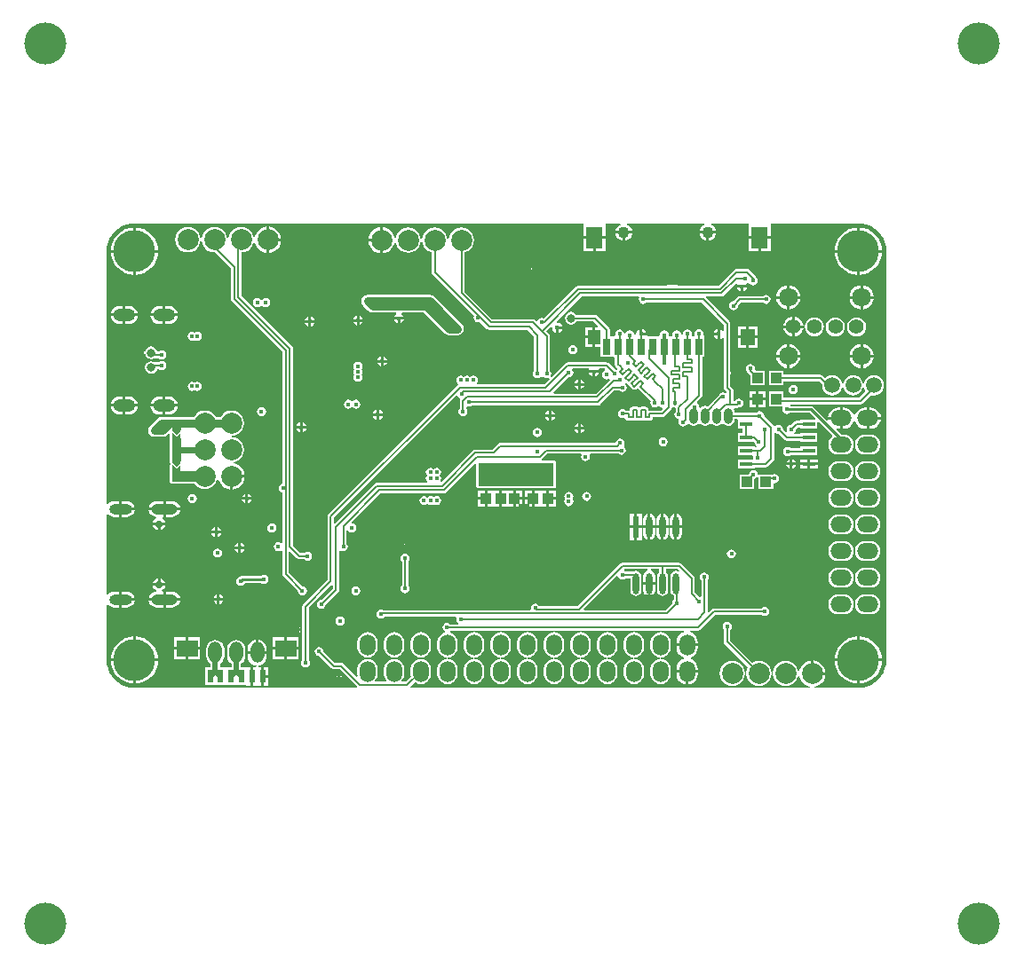
<source format=gbl>
G04 Layer_Physical_Order=4*
G04 Layer_Color=16711680*
%FSLAX44Y44*%
%MOMM*%
G71*
G01*
G75*
%ADD11R,1.0000X1.0000*%
%ADD19O,0.3000X0.2000*%
%ADD20C,0.8000*%
%ADD21R,1.0000X1.0000*%
%ADD38C,0.2000*%
%ADD39C,0.8000*%
%ADD41C,0.2540*%
%ADD42C,0.3000*%
%ADD43C,0.6000*%
%ADD44C,0.5000*%
%ADD48R,1.0000X1.0000*%
%ADD54R,1.8000X1.0000*%
%ADD56R,1.0000X1.8000*%
%ADD58R,1.8000X1.0000*%
%ADD59C,4.0000*%
%ADD60C,1.5000*%
%ADD61O,2.0000X1.5000*%
%ADD62O,1.5000X2.0000*%
%ADD63C,2.0000*%
%ADD64C,1.8000*%
%ADD65C,1.4000*%
%ADD66O,2.2000X1.0000*%
%ADD67O,2.5000X1.0000*%
%ADD68C,0.7000*%
%ADD69C,1.1000*%
%ADD70O,2.1000X1.2000*%
%ADD71C,0.4500*%
%ADD72R,1.2270X1.0000*%
%ADD73R,1.0000X1.2270*%
%ADD74O,0.8000X1.5000*%
%ADD75R,0.6000X2.0000*%
%ADD76O,0.6000X2.0000*%
%ADD77R,1.2000X0.4000*%
%ADD78R,0.7000X1.6000*%
%ADD79R,1.6000X2.1500*%
%ADD80R,1.4000X1.6000*%
%ADD81R,1.2000X1.4000*%
%ADD82R,2.0000X1.6000*%
%ADD83R,0.5000X1.3000*%
%ADD84O,1.3000X2.0000*%
%ADD85R,0.8128X0.6524*%
%ADD86R,3.4128X1.0000*%
%ADD87R,0.8128X1.0459*%
%ADD88R,0.8128X2.2532*%
%ADD89R,7.2000X2.2000*%
%ADD90R,1.0000X0.8730*%
G36*
X834175Y748357D02*
X838246Y747379D01*
X842115Y745777D01*
X845685Y743589D01*
X848869Y740870D01*
X851589Y737685D01*
X853777Y734115D01*
X855379Y730246D01*
X856357Y726175D01*
X856680Y722070D01*
X856666Y722000D01*
Y332000D01*
X856680Y331930D01*
X856357Y327826D01*
X855379Y323754D01*
X853777Y319885D01*
X851589Y316315D01*
X848869Y313131D01*
X845685Y310411D01*
X842115Y308223D01*
X838246Y306621D01*
X834175Y305643D01*
X830070Y305320D01*
X830000Y305334D01*
X788099D01*
X788016Y306604D01*
X789374Y306783D01*
X792424Y308046D01*
X795044Y310056D01*
X797054Y312676D01*
X798317Y315726D01*
X798581Y317730D01*
X786100D01*
Y319000D01*
X784830D01*
Y331481D01*
X782826Y331217D01*
X779776Y329954D01*
X777156Y327944D01*
X775146Y325324D01*
X773883Y322274D01*
X773768Y321403D01*
X772487D01*
X772391Y322133D01*
X771182Y325052D01*
X769258Y327559D01*
X766752Y329482D01*
X763833Y330691D01*
X760700Y331104D01*
X757567Y330691D01*
X754648Y329482D01*
X752141Y327559D01*
X750218Y325052D01*
X749009Y322133D01*
X748716Y319904D01*
X748640Y319335D01*
X747360D01*
X747284Y319904D01*
X746991Y322133D01*
X745782Y325052D01*
X743858Y327559D01*
X741352Y329482D01*
X738433Y330691D01*
X735300Y331104D01*
X732167Y330691D01*
X729248Y329482D01*
X729189Y329437D01*
X708059Y350567D01*
Y360932D01*
X708064Y360936D01*
X709003Y362342D01*
X709333Y364000D01*
X709003Y365658D01*
X708064Y367064D01*
X706658Y368003D01*
X705000Y368333D01*
X703342Y368003D01*
X701936Y367064D01*
X700997Y365658D01*
X700667Y364000D01*
X700997Y362342D01*
X701936Y360936D01*
X701941Y360932D01*
Y349300D01*
X701941Y349300D01*
X702174Y348130D01*
X702837Y347137D01*
X724863Y325111D01*
X724818Y325052D01*
X723609Y322133D01*
X723316Y319904D01*
X723240Y319335D01*
X721960D01*
X721885Y319904D01*
X721591Y322133D01*
X720382Y325052D01*
X718458Y327559D01*
X715952Y329482D01*
X713033Y330691D01*
X709900Y331104D01*
X706767Y330691D01*
X703848Y329482D01*
X701341Y327559D01*
X699418Y325052D01*
X698209Y322133D01*
X697796Y319000D01*
X698209Y315867D01*
X699418Y312948D01*
X701341Y310441D01*
X703848Y308518D01*
X706767Y307309D01*
X709900Y306896D01*
X713033Y307309D01*
X715952Y308518D01*
X718458Y310441D01*
X720382Y312948D01*
X721591Y315867D01*
X721885Y318096D01*
X721960Y318666D01*
X723240D01*
X723316Y318096D01*
X723609Y315867D01*
X724818Y312948D01*
X726741Y310441D01*
X729248Y308518D01*
X732167Y307309D01*
X735300Y306896D01*
X738433Y307309D01*
X741352Y308518D01*
X743858Y310441D01*
X745782Y312948D01*
X746991Y315867D01*
X747284Y318096D01*
X747360Y318666D01*
X748640D01*
X748716Y318096D01*
X749009Y315867D01*
X750218Y312948D01*
X752141Y310441D01*
X754648Y308518D01*
X757567Y307309D01*
X760700Y306896D01*
X763833Y307309D01*
X766752Y308518D01*
X769258Y310441D01*
X771182Y312948D01*
X772391Y315867D01*
X772487Y316597D01*
X773768D01*
X773883Y315726D01*
X775146Y312676D01*
X777156Y310056D01*
X779776Y308046D01*
X782826Y306783D01*
X784184Y306604D01*
X784101Y305334D01*
X403256D01*
X402730Y306604D01*
X407058Y310932D01*
X408009Y310202D01*
X410320Y309244D01*
X412800Y308918D01*
X415280Y309244D01*
X417591Y310202D01*
X419576Y311724D01*
X421098Y313709D01*
X422056Y316020D01*
X422382Y318500D01*
Y323500D01*
X422056Y325980D01*
X421098Y328291D01*
X419576Y330275D01*
X417591Y331798D01*
X415280Y332756D01*
X413852Y332943D01*
X412971Y333060D01*
Y334340D01*
X413851Y334456D01*
X415280Y334645D01*
X417591Y335602D01*
X419576Y337124D01*
X421098Y339109D01*
X422056Y341420D01*
X422382Y343900D01*
Y348900D01*
X422056Y351380D01*
X421098Y353691D01*
X419576Y355676D01*
X417591Y357198D01*
X415280Y358156D01*
X412800Y358482D01*
X410320Y358156D01*
X408009Y357198D01*
X406025Y355676D01*
X404502Y353691D01*
X403545Y351380D01*
X403218Y348900D01*
Y343900D01*
X403545Y341420D01*
X404502Y339109D01*
X406025Y337124D01*
X408009Y335602D01*
X410320Y334645D01*
X411749Y334456D01*
X412630Y334340D01*
Y333060D01*
X411749Y332943D01*
X410320Y332756D01*
X408009Y331798D01*
X406025Y330275D01*
X404502Y328291D01*
X403545Y325980D01*
X403218Y323500D01*
Y318500D01*
X403539Y316064D01*
X398533Y311059D01*
X395265D01*
X394639Y312329D01*
X395698Y313709D01*
X396656Y316020D01*
X396982Y318500D01*
Y323500D01*
X396656Y325980D01*
X395698Y328291D01*
X394175Y330275D01*
X392191Y331798D01*
X389880Y332756D01*
X388451Y332943D01*
X387571Y333060D01*
Y334340D01*
X388451Y334456D01*
X389880Y334645D01*
X392191Y335602D01*
X394175Y337124D01*
X395698Y339109D01*
X396656Y341420D01*
X396982Y343900D01*
Y348900D01*
X396656Y351380D01*
X395698Y353691D01*
X394175Y355676D01*
X392191Y357198D01*
X389880Y358156D01*
X387400Y358482D01*
X384920Y358156D01*
X382609Y357198D01*
X380625Y355676D01*
X379102Y353691D01*
X378145Y351380D01*
X377818Y348900D01*
Y343900D01*
X378145Y341420D01*
X379102Y339109D01*
X380625Y337124D01*
X382609Y335602D01*
X384920Y334645D01*
X386349Y334456D01*
X387229Y334340D01*
Y333060D01*
X386349Y332943D01*
X384920Y332756D01*
X382609Y331798D01*
X380625Y330275D01*
X379102Y328291D01*
X378145Y325980D01*
X377818Y323500D01*
Y318500D01*
X378145Y316020D01*
X379102Y313709D01*
X380161Y312329D01*
X379535Y311059D01*
X369865D01*
X369239Y312329D01*
X370298Y313709D01*
X371255Y316020D01*
X371582Y318500D01*
Y323500D01*
X371255Y325980D01*
X370298Y328291D01*
X368775Y330275D01*
X366791Y331798D01*
X364480Y332756D01*
X363051Y332943D01*
X362171Y333060D01*
Y334340D01*
X363051Y334456D01*
X364480Y334645D01*
X366791Y335602D01*
X368775Y337124D01*
X370298Y339109D01*
X371255Y341420D01*
X371582Y343900D01*
Y348900D01*
X371255Y351380D01*
X370298Y353691D01*
X368775Y355676D01*
X366791Y357198D01*
X364480Y358156D01*
X362000Y358482D01*
X359520Y358156D01*
X357209Y357198D01*
X355225Y355676D01*
X353702Y353691D01*
X352745Y351380D01*
X352418Y348900D01*
Y343900D01*
X352745Y341420D01*
X353702Y339109D01*
X355225Y337124D01*
X357209Y335602D01*
X359520Y334645D01*
X360949Y334456D01*
X361829Y334340D01*
Y333060D01*
X360949Y332943D01*
X359520Y332756D01*
X357209Y331798D01*
X355225Y330275D01*
X353702Y328291D01*
X352745Y325980D01*
X352418Y323500D01*
Y318500D01*
X352690Y316431D01*
X351504Y315821D01*
X339163Y328163D01*
X338171Y328826D01*
X337000Y329059D01*
X337000Y329059D01*
X331267D01*
X320332Y339994D01*
X320333Y340000D01*
X320003Y341658D01*
X319064Y343064D01*
X317658Y344003D01*
X316000Y344333D01*
X314342Y344003D01*
X312936Y343064D01*
X311997Y341658D01*
X311667Y340000D01*
X311997Y338342D01*
X312936Y336936D01*
X314342Y335997D01*
X316000Y335667D01*
X316006Y335668D01*
X327837Y323837D01*
X327837Y323837D01*
X328829Y323174D01*
X330000Y322941D01*
X330000Y322941D01*
X335733D01*
X352070Y306604D01*
X351544Y305334D01*
X140000D01*
X139930Y305320D01*
X135826Y305643D01*
X131754Y306621D01*
X127885Y308223D01*
X124315Y310411D01*
X121131Y313131D01*
X118411Y316315D01*
X116223Y319885D01*
X114621Y323754D01*
X113643Y327826D01*
X113320Y331930D01*
X113334Y332000D01*
Y384654D01*
X114604Y385085D01*
X115243Y384252D01*
X116818Y383044D01*
X118652Y382284D01*
X120620Y382025D01*
X125350D01*
Y389630D01*
Y397235D01*
X120620D01*
X118652Y396976D01*
X116818Y396216D01*
X115243Y395008D01*
X114604Y394175D01*
X113334Y394607D01*
Y471054D01*
X114604Y471485D01*
X115243Y470653D01*
X116818Y469444D01*
X118652Y468684D01*
X120620Y468425D01*
X125350D01*
Y476030D01*
Y483635D01*
X120620D01*
X118652Y483376D01*
X116818Y482616D01*
X115243Y481408D01*
X114604Y480575D01*
X113334Y481007D01*
Y722000D01*
X113320Y722070D01*
X113643Y726175D01*
X114621Y730246D01*
X116223Y734115D01*
X118411Y737685D01*
X121131Y740870D01*
X124315Y743589D01*
X127885Y745777D01*
X131754Y747379D01*
X135826Y748357D01*
X139930Y748680D01*
X140000Y748666D01*
X566846D01*
X567960Y748290D01*
X567960Y747396D01*
Y736270D01*
X589040D01*
Y747396D01*
X589040Y748290D01*
X590154Y748666D01*
X603094D01*
X603346Y747396D01*
X602445Y747023D01*
X600766Y745734D01*
X599477Y744055D01*
X598667Y742099D01*
X598558Y741270D01*
X606500D01*
X614442D01*
X614333Y742099D01*
X613523Y744055D01*
X612234Y745734D01*
X610555Y747023D01*
X609654Y747396D01*
X609906Y748666D01*
X683094D01*
X683346Y747396D01*
X682445Y747023D01*
X680766Y745734D01*
X679477Y744055D01*
X678667Y742099D01*
X678558Y741270D01*
X686500D01*
X694442D01*
X694333Y742099D01*
X693523Y744055D01*
X692234Y745734D01*
X690555Y747023D01*
X689654Y747396D01*
X689906Y748666D01*
X724346D01*
X725460Y748290D01*
X725460Y747396D01*
Y736270D01*
X746540D01*
Y747396D01*
X746540Y748290D01*
X747654Y748666D01*
X830000D01*
X830070Y748680D01*
X834175Y748357D01*
D02*
G37*
%LPC*%
G36*
X616680Y471540D02*
X612410D01*
Y460270D01*
X616680D01*
Y471540D01*
D02*
G37*
G36*
X654780Y471396D02*
X653888Y471219D01*
X652056Y469994D01*
X650831Y468162D01*
X650402Y466000D01*
Y460270D01*
X654780D01*
Y471396D01*
D02*
G37*
G36*
X623490Y471540D02*
X619220D01*
Y460270D01*
X623490D01*
Y471540D01*
D02*
G37*
G36*
X644620Y471396D02*
Y460270D01*
X648998D01*
Y466000D01*
X648569Y468162D01*
X647344Y469994D01*
X645512Y471219D01*
X644620Y471396D01*
D02*
G37*
G36*
X631920D02*
Y460270D01*
X636298D01*
Y466000D01*
X635869Y468162D01*
X634644Y469994D01*
X632812Y471219D01*
X631920Y471396D01*
D02*
G37*
G36*
X162150Y460460D02*
X157515D01*
X157731Y459373D01*
X159066Y457375D01*
X161064Y456040D01*
X162150Y455824D01*
Y460460D01*
D02*
G37*
G36*
X219270Y458631D02*
Y455270D01*
X222631D01*
X222512Y455869D01*
X221453Y457453D01*
X219869Y458512D01*
X219270Y458631D01*
D02*
G37*
G36*
X169326Y460460D02*
X164690D01*
Y455824D01*
X165777Y456040D01*
X167775Y457375D01*
X169110Y459373D01*
X169326Y460460D01*
D02*
G37*
G36*
X642080Y471396D02*
X641188Y471219D01*
X639356Y469994D01*
X638131Y468162D01*
X637701Y466000D01*
Y460270D01*
X642080D01*
Y471396D01*
D02*
G37*
G36*
X629380D02*
X628488Y471219D01*
X626656Y469994D01*
X625431Y468162D01*
X625001Y466000D01*
Y460270D01*
X629380D01*
Y471396D01*
D02*
G37*
G36*
X515631Y473730D02*
X512270D01*
Y470369D01*
X512869Y470488D01*
X514453Y471547D01*
X515512Y473131D01*
X515631Y473730D01*
D02*
G37*
G36*
X509730D02*
X506369D01*
X506488Y473131D01*
X507547Y471547D01*
X509131Y470488D01*
X509730Y470369D01*
Y473730D01*
D02*
G37*
G36*
X509540Y484620D02*
X503270D01*
Y478350D01*
X506130D01*
X506729Y477230D01*
X506488Y476869D01*
X506369Y476270D01*
X509730D01*
Y480438D01*
X509540Y480594D01*
Y484620D01*
D02*
G37*
G36*
X132620Y483635D02*
X127890D01*
Y477300D01*
X140058D01*
X139966Y477999D01*
X139206Y479833D01*
X137998Y481408D01*
X136423Y482616D01*
X134589Y483376D01*
X132620Y483635D01*
D02*
G37*
G36*
X518730Y484620D02*
X512460D01*
Y480594D01*
X512270Y480438D01*
Y476270D01*
X515631D01*
X515512Y476869D01*
X515271Y477230D01*
X515870Y478350D01*
X518730D01*
Y484620D01*
D02*
G37*
G36*
X841500Y470782D02*
X836500D01*
X834020Y470455D01*
X831709Y469498D01*
X829724Y467975D01*
X828202Y465991D01*
X827244Y463680D01*
X827056Y462251D01*
X826940Y461370D01*
X825659D01*
X825543Y462251D01*
X825355Y463680D01*
X824398Y465991D01*
X822875Y467975D01*
X820891Y469498D01*
X818580Y470455D01*
X816100Y470782D01*
X811100D01*
X808620Y470455D01*
X806309Y469498D01*
X804324Y467975D01*
X802802Y465991D01*
X801844Y463680D01*
X801518Y461200D01*
X801844Y458720D01*
X802802Y456409D01*
X804324Y454424D01*
X806309Y452902D01*
X808620Y451944D01*
X811100Y451618D01*
X816100D01*
X818580Y451944D01*
X820891Y452902D01*
X822875Y454424D01*
X824398Y456409D01*
X825355Y458720D01*
X825543Y460148D01*
X825659Y461029D01*
X826940D01*
X827056Y460148D01*
X827244Y458720D01*
X828202Y456409D01*
X829724Y454424D01*
X831709Y452902D01*
X834020Y451944D01*
X836500Y451618D01*
X841500D01*
X843980Y451944D01*
X846291Y452902D01*
X848275Y454424D01*
X849798Y456409D01*
X850755Y458720D01*
X851082Y461200D01*
X850755Y463680D01*
X849798Y465991D01*
X848275Y467975D01*
X846291Y469498D01*
X843980Y470455D01*
X841500Y470782D01*
D02*
G37*
G36*
X657320Y471396D02*
Y460270D01*
X661699D01*
Y466000D01*
X661269Y468162D01*
X660044Y469994D01*
X658212Y471219D01*
X657320Y471396D01*
D02*
G37*
G36*
X167150Y474760D02*
X153482D01*
X153574Y474062D01*
X154334Y472228D01*
X155542Y470653D01*
X157118Y469444D01*
X158952Y468684D01*
X160429Y468490D01*
X160696Y467174D01*
X159066Y466085D01*
X157731Y464087D01*
X157515Y463000D01*
X169326D01*
X169110Y464087D01*
X167775Y466085D01*
X166173Y467155D01*
X166558Y468425D01*
X167150D01*
Y474760D01*
D02*
G37*
G36*
X183358D02*
X169690D01*
Y468425D01*
X175920D01*
X177888Y468684D01*
X179723Y469444D01*
X181298Y470653D01*
X182506Y472228D01*
X183266Y474062D01*
X183358Y474760D01*
D02*
G37*
G36*
X140058D02*
X127890D01*
Y468425D01*
X132620D01*
X134589Y468684D01*
X136423Y469444D01*
X137998Y470653D01*
X139206Y472228D01*
X139966Y474062D01*
X140058Y474760D01*
D02*
G37*
G36*
X216730Y458631D02*
X216131Y458512D01*
X214547Y457453D01*
X213488Y455869D01*
X213369Y455270D01*
X216730D01*
Y458631D01*
D02*
G37*
G36*
X400730Y448631D02*
X400131Y448512D01*
X398547Y447453D01*
X397488Y445869D01*
X397369Y445270D01*
X400730D01*
Y448631D01*
D02*
G37*
G36*
X241270Y443631D02*
Y440270D01*
X244631D01*
X244512Y440869D01*
X243453Y442453D01*
X241869Y443512D01*
X241270Y443631D01*
D02*
G37*
G36*
X411270Y448631D02*
Y445270D01*
X414631D01*
X414512Y445869D01*
X413453Y447453D01*
X411869Y448512D01*
X411270Y448631D01*
D02*
G37*
G36*
X623490Y457730D02*
X619220D01*
Y446460D01*
X623490D01*
Y457730D01*
D02*
G37*
G36*
X616680D02*
X612410D01*
Y446460D01*
X616680D01*
Y457730D01*
D02*
G37*
G36*
X148270Y439631D02*
Y436270D01*
X151631D01*
X151512Y436869D01*
X150453Y438453D01*
X148869Y439512D01*
X148270Y439631D01*
D02*
G37*
G36*
X145730D02*
X145131Y439512D01*
X143547Y438453D01*
X142488Y436869D01*
X142369Y436270D01*
X145730D01*
Y439631D01*
D02*
G37*
G36*
X400730Y442730D02*
X397369D01*
X397488Y442131D01*
X398547Y440547D01*
X400131Y439488D01*
X400730Y439369D01*
Y442730D01*
D02*
G37*
G36*
X238730Y443631D02*
X238131Y443512D01*
X236547Y442453D01*
X235488Y440869D01*
X235369Y440270D01*
X238730D01*
Y443631D01*
D02*
G37*
G36*
X414631Y442730D02*
X411270D01*
Y439369D01*
X411869Y439488D01*
X413453Y440547D01*
X414512Y442131D01*
X414631Y442730D01*
D02*
G37*
G36*
X408730Y448631D02*
X408131Y448512D01*
X406847Y447654D01*
X406000Y447532D01*
X405153Y447654D01*
X403869Y448512D01*
X403270Y448631D01*
Y444000D01*
Y439369D01*
X403869Y439488D01*
X405153Y440346D01*
X406000Y440468D01*
X406847Y440346D01*
X408131Y439488D01*
X408730Y439369D01*
Y444000D01*
Y448631D01*
D02*
G37*
G36*
X661699Y457730D02*
X657320D01*
Y446604D01*
X658212Y446781D01*
X660044Y448006D01*
X661269Y449838D01*
X661699Y452000D01*
Y457730D01*
D02*
G37*
G36*
X216730Y452730D02*
X213369D01*
X213488Y452131D01*
X214547Y450547D01*
X216131Y449488D01*
X216730Y449369D01*
Y452730D01*
D02*
G37*
G36*
X271000Y462333D02*
X269342Y462003D01*
X267936Y461064D01*
X266997Y459658D01*
X266667Y458000D01*
X266997Y456342D01*
X267936Y454936D01*
X269342Y453997D01*
X271000Y453667D01*
X272658Y453997D01*
X274064Y454936D01*
X275003Y456342D01*
X275333Y458000D01*
X275003Y459658D01*
X274064Y461064D01*
X272658Y462003D01*
X271000Y462333D01*
D02*
G37*
G36*
X222631Y452730D02*
X219270D01*
Y449369D01*
X219869Y449488D01*
X221453Y450547D01*
X222512Y452131D01*
X222631Y452730D01*
D02*
G37*
G36*
X642080Y457730D02*
X637701D01*
Y452000D01*
X638131Y449838D01*
X639356Y448006D01*
X641188Y446781D01*
X642080Y446604D01*
Y457730D01*
D02*
G37*
G36*
X629380D02*
X625001D01*
Y452000D01*
X625431Y449838D01*
X626656Y448006D01*
X628488Y446781D01*
X629380Y446604D01*
Y457730D01*
D02*
G37*
G36*
X654780D02*
X650402D01*
Y452000D01*
X650831Y449838D01*
X652056Y448006D01*
X653888Y446781D01*
X654780Y446604D01*
Y457730D01*
D02*
G37*
G36*
X648998D02*
X644620D01*
Y446604D01*
X645512Y446781D01*
X647344Y448006D01*
X648569Y449838D01*
X648998Y452000D01*
Y457730D01*
D02*
G37*
G36*
X636298D02*
X631920D01*
Y446604D01*
X632812Y446781D01*
X634644Y448006D01*
X635869Y449838D01*
X636298Y452000D01*
Y457730D01*
D02*
G37*
G36*
X167150Y483635D02*
X160920D01*
X158952Y483376D01*
X157118Y482616D01*
X155542Y481408D01*
X154334Y479833D01*
X153574Y477999D01*
X153482Y477300D01*
X167150D01*
Y483635D01*
D02*
G37*
G36*
X791512Y517680D02*
X784242D01*
Y514410D01*
X791512D01*
Y517680D01*
D02*
G37*
G36*
X781702D02*
X774432D01*
Y514410D01*
X781702D01*
Y517680D01*
D02*
G37*
G36*
X264730Y518631D02*
X264131Y518512D01*
X262547Y517453D01*
X261488Y515869D01*
X261369Y515270D01*
X264730D01*
Y518631D01*
D02*
G37*
G36*
X644730Y522730D02*
X641369D01*
X641488Y522131D01*
X642547Y520547D01*
X644131Y519488D01*
X644730Y519369D01*
Y522730D01*
D02*
G37*
G36*
X267270Y518631D02*
Y515270D01*
X270631D01*
X270512Y515869D01*
X269453Y517453D01*
X267869Y518512D01*
X267270Y518631D01*
D02*
G37*
G36*
X270631Y512730D02*
X267270D01*
Y509369D01*
X267869Y509488D01*
X269453Y510547D01*
X270512Y512131D01*
X270631Y512730D01*
D02*
G37*
G36*
X264730D02*
X261369D01*
X261488Y512131D01*
X262547Y510547D01*
X264131Y509488D01*
X264730Y509369D01*
Y512730D01*
D02*
G37*
G36*
X841500Y521582D02*
X836500D01*
X834020Y521255D01*
X831709Y520298D01*
X829724Y518775D01*
X828202Y516791D01*
X827244Y514480D01*
X827056Y513051D01*
X826940Y512170D01*
X825659D01*
X825543Y513051D01*
X825355Y514480D01*
X824398Y516791D01*
X822875Y518775D01*
X820891Y520298D01*
X818580Y521255D01*
X816100Y521582D01*
X811100D01*
X808620Y521255D01*
X806309Y520298D01*
X804324Y518775D01*
X802802Y516791D01*
X801844Y514480D01*
X801518Y512000D01*
X801844Y509520D01*
X802802Y507209D01*
X804324Y505224D01*
X806309Y503702D01*
X808620Y502744D01*
X811100Y502418D01*
X816100D01*
X818580Y502744D01*
X820891Y503702D01*
X822875Y505224D01*
X824398Y507209D01*
X825355Y509520D01*
X825543Y510948D01*
X825659Y511829D01*
X826940D01*
X827056Y510948D01*
X827244Y509520D01*
X828202Y507209D01*
X829724Y505224D01*
X831709Y503702D01*
X834020Y502744D01*
X836500Y502418D01*
X841500D01*
X843980Y502744D01*
X846291Y503702D01*
X848275Y505224D01*
X849798Y507209D01*
X850755Y509520D01*
X851082Y512000D01*
X850755Y514480D01*
X849798Y516791D01*
X848275Y518775D01*
X846291Y520298D01*
X843980Y521255D01*
X841500Y521582D01*
D02*
G37*
G36*
X770631Y517730D02*
X767270D01*
Y514369D01*
X767869Y514488D01*
X769453Y515547D01*
X770512Y517131D01*
X770631Y517730D01*
D02*
G37*
G36*
X764730D02*
X761369D01*
X761488Y517131D01*
X762547Y515547D01*
X764131Y514488D01*
X764730Y514369D01*
Y517730D01*
D02*
G37*
G36*
X647270Y528631D02*
Y525270D01*
X650631D01*
X650512Y525869D01*
X649453Y527453D01*
X647869Y528512D01*
X647270Y528631D01*
D02*
G37*
G36*
X644730D02*
X644131Y528512D01*
X642547Y527453D01*
X641488Y525869D01*
X641369Y525270D01*
X644730D01*
Y528631D01*
D02*
G37*
G36*
X790972Y535650D02*
X774972D01*
Y533734D01*
X765743D01*
X765739Y533739D01*
X764333Y534678D01*
X762675Y535008D01*
X761017Y534678D01*
X759611Y533739D01*
X758672Y532333D01*
X758342Y530675D01*
X758672Y529017D01*
X759611Y527611D01*
X761017Y526672D01*
X762675Y526342D01*
X764333Y526672D01*
X765739Y527611D01*
X765743Y527616D01*
X781997D01*
X781997Y527616D01*
X782167Y527650D01*
X790972D01*
Y535650D01*
D02*
G37*
G36*
X524000Y553333D02*
X522342Y553003D01*
X520936Y552064D01*
X519997Y550658D01*
X519667Y549000D01*
X519997Y547342D01*
X520936Y545936D01*
X522342Y544997D01*
X524000Y544667D01*
X525658Y544997D01*
X527064Y545936D01*
X528003Y547342D01*
X528333Y549000D01*
X528003Y550658D01*
X527064Y552064D01*
X525658Y553003D01*
X524000Y553333D01*
D02*
G37*
G36*
X644000Y544333D02*
X642342Y544003D01*
X640936Y543064D01*
X639997Y541658D01*
X639667Y540000D01*
X639997Y538342D01*
X640936Y536936D01*
X642342Y535997D01*
X644000Y535667D01*
X645658Y535997D01*
X647064Y536936D01*
X648003Y538342D01*
X648333Y540000D01*
X648003Y541658D01*
X647064Y543064D01*
X645658Y544003D01*
X644000Y544333D01*
D02*
G37*
G36*
X781702Y523490D02*
X774432D01*
Y520220D01*
X781702D01*
Y523490D01*
D02*
G37*
G36*
X650631Y522730D02*
X647270D01*
Y519369D01*
X647869Y519488D01*
X649453Y520547D01*
X650512Y522131D01*
X650631Y522730D01*
D02*
G37*
G36*
X791512Y523490D02*
X784242D01*
Y520220D01*
X791512D01*
Y523490D01*
D02*
G37*
G36*
X767270Y523631D02*
Y520270D01*
X770631D01*
X770512Y520869D01*
X769453Y522453D01*
X767869Y523512D01*
X767270Y523631D01*
D02*
G37*
G36*
X764730D02*
X764131Y523512D01*
X762547Y522453D01*
X761488Y520869D01*
X761369Y520270D01*
X764730D01*
Y523631D01*
D02*
G37*
G36*
X730000Y513333D02*
X728342Y513003D01*
X726936Y512064D01*
X725997Y510658D01*
X725667Y509000D01*
X716890D01*
Y495000D01*
X730890D01*
Y504844D01*
X731658Y504997D01*
X733064Y505936D01*
X733590Y506723D01*
X734860Y506338D01*
Y495000D01*
X748860D01*
Y499893D01*
X749842Y500698D01*
X750000Y500667D01*
X751658Y500997D01*
X753064Y501936D01*
X754003Y503342D01*
X754333Y505000D01*
X754003Y506658D01*
X753064Y508064D01*
X751658Y509003D01*
X750000Y509333D01*
X748342Y509003D01*
X748337Y509000D01*
X735530D01*
X734860Y509000D01*
X734140Y509972D01*
X734003Y510658D01*
X733064Y512064D01*
X731658Y513003D01*
X730000Y513333D01*
D02*
G37*
G36*
X554000Y492333D02*
X552342Y492003D01*
X550936Y491064D01*
X549997Y489658D01*
X549667Y488000D01*
X549997Y486342D01*
X550559Y485500D01*
X549997Y484658D01*
X549667Y483000D01*
X549997Y481342D01*
X550936Y479936D01*
X552342Y478997D01*
X554000Y478667D01*
X555658Y478997D01*
X557064Y479936D01*
X558003Y481342D01*
X558333Y483000D01*
X558003Y484658D01*
X557441Y485500D01*
X558003Y486342D01*
X558333Y488000D01*
X558003Y489658D01*
X557064Y491064D01*
X555658Y492003D01*
X554000Y492333D01*
D02*
G37*
G36*
X541540Y484620D02*
X535270D01*
Y478350D01*
X541540D01*
Y484620D01*
D02*
G37*
G36*
X245730Y484730D02*
X242369D01*
X242488Y484131D01*
X243547Y482547D01*
X245131Y481488D01*
X245730Y481369D01*
Y484730D01*
D02*
G37*
G36*
X195000Y490333D02*
X193342Y490003D01*
X191936Y489064D01*
X190997Y487658D01*
X190667Y486000D01*
X190997Y484342D01*
X191936Y482936D01*
X193342Y481997D01*
X195000Y481667D01*
X196658Y481997D01*
X198064Y482936D01*
X199003Y484342D01*
X199333Y486000D01*
X199003Y487658D01*
X198064Y489064D01*
X196658Y490003D01*
X195000Y490333D01*
D02*
G37*
G36*
X251631Y484730D02*
X248270D01*
Y481369D01*
X248869Y481488D01*
X250453Y482547D01*
X251512Y484131D01*
X251631Y484730D01*
D02*
G37*
G36*
X473730Y484620D02*
X467460D01*
Y478350D01*
X473730D01*
Y484620D01*
D02*
G37*
G36*
X175920Y483635D02*
X169690D01*
Y477300D01*
X183358D01*
X183266Y477999D01*
X182506Y479833D01*
X181298Y481408D01*
X179723Y482616D01*
X177888Y483376D01*
X175920Y483635D01*
D02*
G37*
G36*
X487730Y493430D02*
X476270D01*
Y485890D01*
Y478350D01*
X487730D01*
Y485890D01*
Y493430D01*
D02*
G37*
G36*
X532730D02*
X521270D01*
Y485890D01*
Y478350D01*
X532730D01*
Y485890D01*
Y493430D01*
D02*
G37*
G36*
X500730D02*
X490270D01*
Y485890D01*
Y478350D01*
X500730D01*
Y485890D01*
Y493430D01*
D02*
G37*
G36*
X541540D02*
X535270D01*
Y487160D01*
X541540D01*
Y493430D01*
D02*
G37*
G36*
X518730D02*
X512460D01*
Y487160D01*
X518730D01*
Y493430D01*
D02*
G37*
G36*
X245730Y490631D02*
X245131Y490512D01*
X243547Y489453D01*
X242488Y487869D01*
X242369Y487270D01*
X245730D01*
Y490631D01*
D02*
G37*
G36*
X244881Y505930D02*
X233670D01*
Y494719D01*
X235674Y494983D01*
X238724Y496246D01*
X241344Y498256D01*
X243354Y500876D01*
X244617Y503926D01*
X244881Y505930D01*
D02*
G37*
G36*
X248270Y490631D02*
Y487270D01*
X251631D01*
X251512Y487869D01*
X250453Y489453D01*
X248869Y490512D01*
X248270Y490631D01*
D02*
G37*
G36*
X841500Y496182D02*
X836500D01*
X834020Y495855D01*
X831709Y494898D01*
X829724Y493375D01*
X828202Y491391D01*
X827244Y489080D01*
X827056Y487651D01*
X826940Y486770D01*
X825659D01*
X825543Y487651D01*
X825355Y489080D01*
X824398Y491391D01*
X822875Y493375D01*
X820891Y494898D01*
X818580Y495855D01*
X816100Y496182D01*
X811100D01*
X808620Y495855D01*
X806309Y494898D01*
X804324Y493375D01*
X802802Y491391D01*
X801844Y489080D01*
X801518Y486600D01*
X801844Y484120D01*
X802802Y481809D01*
X804324Y479824D01*
X806309Y478302D01*
X808620Y477344D01*
X811100Y477018D01*
X816100D01*
X818580Y477344D01*
X820891Y478302D01*
X822875Y479824D01*
X824398Y481809D01*
X825355Y484120D01*
X825543Y485548D01*
X825659Y486429D01*
X826940D01*
X827056Y485548D01*
X827244Y484120D01*
X828202Y481809D01*
X829724Y479824D01*
X831709Y478302D01*
X834020Y477344D01*
X836500Y477018D01*
X841500D01*
X843980Y477344D01*
X846291Y478302D01*
X848275Y479824D01*
X849798Y481809D01*
X850755Y484120D01*
X851082Y486600D01*
X850755Y489080D01*
X849798Y491391D01*
X848275Y493375D01*
X846291Y494898D01*
X843980Y495855D01*
X841500Y496182D01*
D02*
G37*
G36*
X571000Y492333D02*
X569342Y492003D01*
X567936Y491064D01*
X566997Y489658D01*
X566667Y488000D01*
X566997Y486342D01*
X567936Y484936D01*
X569342Y483997D01*
X571000Y483667D01*
X572658Y483997D01*
X574064Y484936D01*
X575003Y486342D01*
X575333Y488000D01*
X575003Y489658D01*
X574064Y491064D01*
X572658Y492003D01*
X571000Y492333D01*
D02*
G37*
G36*
X428000Y488333D02*
X426342Y488003D01*
X425000Y487107D01*
X423658Y488003D01*
X422000Y488333D01*
X420342Y488003D01*
X419000Y487107D01*
X417658Y488003D01*
X416000Y488333D01*
X414342Y488003D01*
X412936Y487064D01*
X411997Y485658D01*
X411667Y484000D01*
X411997Y482342D01*
X412936Y480936D01*
X414342Y479997D01*
X416000Y479667D01*
X417658Y479997D01*
X419000Y480893D01*
X420342Y479997D01*
X422000Y479667D01*
X423658Y479997D01*
X425000Y480893D01*
X426342Y479997D01*
X428000Y479667D01*
X429658Y479997D01*
X431064Y480936D01*
X432003Y482342D01*
X432333Y484000D01*
X432003Y485658D01*
X431064Y487064D01*
X429658Y488003D01*
X428000Y488333D01*
D02*
G37*
G36*
X509540Y493430D02*
X503270D01*
Y487160D01*
X509540D01*
Y493430D01*
D02*
G37*
G36*
X473730D02*
X467460D01*
Y487160D01*
X473730D01*
Y493430D01*
D02*
G37*
G36*
X841500Y445382D02*
X836500D01*
X834020Y445055D01*
X831709Y444098D01*
X829724Y442575D01*
X828202Y440591D01*
X827244Y438280D01*
X827056Y436851D01*
X826940Y435970D01*
X825659D01*
X825543Y436851D01*
X825355Y438280D01*
X824398Y440591D01*
X822875Y442575D01*
X820891Y444098D01*
X818580Y445055D01*
X816100Y445382D01*
X811100D01*
X808620Y445055D01*
X806309Y444098D01*
X804324Y442575D01*
X802802Y440591D01*
X801844Y438280D01*
X801518Y435800D01*
X801844Y433320D01*
X802802Y431009D01*
X804324Y429024D01*
X806309Y427502D01*
X808620Y426544D01*
X811100Y426218D01*
X816100D01*
X818580Y426544D01*
X820891Y427502D01*
X822875Y429024D01*
X824398Y431009D01*
X825355Y433320D01*
X825543Y434748D01*
X825659Y435629D01*
X826940D01*
X827056Y434748D01*
X827244Y433320D01*
X828202Y431009D01*
X829724Y429024D01*
X831709Y427502D01*
X834020Y426544D01*
X836500Y426218D01*
X841500D01*
X843980Y426544D01*
X846291Y427502D01*
X848275Y429024D01*
X849798Y431009D01*
X850755Y433320D01*
X851082Y435800D01*
X850755Y438280D01*
X849798Y440591D01*
X848275Y442575D01*
X846291Y444098D01*
X843980Y445055D01*
X841500Y445382D01*
D02*
G37*
G36*
X296540Y341730D02*
X285270D01*
Y332460D01*
X296540D01*
Y341730D01*
D02*
G37*
G36*
X282730D02*
X271460D01*
Y332460D01*
X282730D01*
Y341730D01*
D02*
G37*
G36*
X138730Y354524D02*
X135581Y354214D01*
X131333Y352925D01*
X127417Y350832D01*
X123985Y348015D01*
X121168Y344583D01*
X119075Y340667D01*
X117786Y336419D01*
X117476Y333270D01*
X138730D01*
Y354524D01*
D02*
G37*
G36*
X831270D02*
Y333270D01*
X852524D01*
X852214Y336419D01*
X850925Y340667D01*
X848832Y344583D01*
X846015Y348015D01*
X842583Y350832D01*
X838668Y352925D01*
X834419Y354214D01*
X831270Y354524D01*
D02*
G37*
G36*
X828730D02*
X825582Y354214D01*
X821333Y352925D01*
X817417Y350832D01*
X813985Y348015D01*
X811168Y344583D01*
X809075Y340667D01*
X807786Y336419D01*
X807476Y333270D01*
X828730D01*
Y354524D01*
D02*
G37*
G36*
X237000Y351073D02*
X234781Y350781D01*
X232713Y349925D01*
X230938Y348562D01*
X229575Y346787D01*
X228719Y344719D01*
X228427Y342500D01*
Y335500D01*
X228719Y333281D01*
X229575Y331213D01*
X230938Y329438D01*
X232412Y328307D01*
Y324700D01*
X227770D01*
X227500Y324700D01*
X226500D01*
X226230Y324700D01*
X221588D01*
Y328307D01*
X223062Y329438D01*
X224425Y331213D01*
X225281Y333281D01*
X225573Y335500D01*
Y342500D01*
X225281Y344719D01*
X224425Y346787D01*
X223062Y348562D01*
X221287Y349925D01*
X219219Y350781D01*
X217000Y351073D01*
X214781Y350781D01*
X212713Y349925D01*
X210938Y348562D01*
X209575Y346787D01*
X208719Y344719D01*
X208427Y342500D01*
Y335500D01*
X208719Y333281D01*
X209575Y331213D01*
X210938Y329438D01*
X212412Y328307D01*
Y324700D01*
X207500D01*
Y316643D01*
X207412Y316200D01*
X207500Y315757D01*
Y307700D01*
X216500D01*
Y307700D01*
X217500D01*
Y307700D01*
X226230D01*
X226500Y307700D01*
X227500D01*
X227770Y307700D01*
X236500D01*
Y307700D01*
X237500D01*
Y307700D01*
X245914Y307700D01*
X246960Y307160D01*
X247546Y307160D01*
X250730D01*
Y316200D01*
Y325240D01*
X246960Y325240D01*
X245914Y324700D01*
X241588Y324700D01*
Y328307D01*
X243062Y329438D01*
X244425Y331213D01*
X245281Y333281D01*
X245573Y335500D01*
Y342500D01*
X245281Y344719D01*
X244425Y346787D01*
X243062Y348562D01*
X241287Y349925D01*
X239219Y350781D01*
X237000Y351073D01*
D02*
G37*
G36*
X676927Y345130D02*
X656673D01*
Y343900D01*
X657018Y341279D01*
X658030Y338837D01*
X659639Y336739D01*
X661737Y335130D01*
X663530Y334387D01*
Y333013D01*
X661737Y332270D01*
X659639Y330661D01*
X658030Y328563D01*
X657018Y326121D01*
X656673Y323500D01*
Y322270D01*
X676927D01*
Y323500D01*
X676582Y326121D01*
X675570Y328563D01*
X673961Y330661D01*
X671863Y332270D01*
X670070Y333013D01*
Y334387D01*
X671863Y335130D01*
X673961Y336739D01*
X675570Y338837D01*
X676582Y341279D01*
X676927Y343900D01*
Y345130D01*
D02*
G37*
G36*
X266118Y337730D02*
X257000D01*
X247882D01*
Y335500D01*
X248193Y333140D01*
X249104Y330941D01*
X250553Y329053D01*
X252441Y327604D01*
X254640Y326693D01*
X256028Y326510D01*
X255945Y325240D01*
X253270D01*
Y316200D01*
Y307160D01*
X260730D01*
Y316200D01*
Y325240D01*
X258055D01*
X257972Y326510D01*
X259360Y326693D01*
X261559Y327604D01*
X263447Y329053D01*
X264896Y330941D01*
X265807Y333140D01*
X266118Y335500D01*
Y337730D01*
D02*
G37*
G36*
X202540Y341730D02*
X191270D01*
Y332460D01*
X202540D01*
Y341730D01*
D02*
G37*
G36*
X188730D02*
X177460D01*
Y332460D01*
X188730D01*
Y341730D01*
D02*
G37*
G36*
X296540Y353540D02*
X285270D01*
Y344270D01*
X296540D01*
Y353540D01*
D02*
G37*
G36*
X282730D02*
X271460D01*
Y344270D01*
X282730D01*
Y353540D01*
D02*
G37*
G36*
X283730Y359730D02*
X280369D01*
X280488Y359131D01*
X281547Y357547D01*
X283131Y356488D01*
X283730Y356369D01*
Y359730D01*
D02*
G37*
G36*
Y365631D02*
X283131Y365512D01*
X281547Y364453D01*
X280488Y362869D01*
X280369Y362270D01*
X283730D01*
Y365631D01*
D02*
G37*
G36*
X297631Y359730D02*
X294270D01*
Y356369D01*
X294869Y356488D01*
X296453Y357547D01*
X297512Y359131D01*
X297631Y359730D01*
D02*
G37*
G36*
X255730Y351451D02*
X254640Y351307D01*
X252441Y350396D01*
X250553Y348947D01*
X249104Y347059D01*
X248193Y344860D01*
X247882Y342500D01*
Y340270D01*
X255730D01*
Y351451D01*
D02*
G37*
G36*
X141270Y354524D02*
Y333270D01*
X162524D01*
X162214Y336419D01*
X160925Y340667D01*
X158832Y344583D01*
X156015Y348015D01*
X152583Y350832D01*
X148667Y352925D01*
X144419Y354214D01*
X141270Y354524D01*
D02*
G37*
G36*
X258270Y351451D02*
Y340270D01*
X266118D01*
Y342500D01*
X265807Y344860D01*
X264896Y347059D01*
X263447Y348947D01*
X261559Y350396D01*
X259360Y351307D01*
X258270Y351451D01*
D02*
G37*
G36*
X202540Y353540D02*
X191270D01*
Y344270D01*
X202540D01*
Y353540D01*
D02*
G37*
G36*
X188730D02*
X177460D01*
Y344270D01*
X188730D01*
Y353540D01*
D02*
G37*
G36*
X787370Y331481D02*
Y320270D01*
X798581D01*
X798317Y322274D01*
X797054Y325324D01*
X795044Y327944D01*
X792424Y329954D01*
X789374Y331217D01*
X787370Y331481D01*
D02*
G37*
G36*
X489000Y358482D02*
X486520Y358156D01*
X484209Y357198D01*
X482225Y355676D01*
X480702Y353691D01*
X479745Y351380D01*
X479418Y348900D01*
Y343900D01*
X479745Y341420D01*
X480702Y339109D01*
X482225Y337124D01*
X484209Y335602D01*
X486520Y334645D01*
X487949Y334456D01*
X488829Y334340D01*
Y333060D01*
X487949Y332943D01*
X486520Y332756D01*
X484209Y331798D01*
X482225Y330275D01*
X480702Y328291D01*
X479745Y325980D01*
X479418Y323500D01*
Y318500D01*
X479745Y316020D01*
X480702Y313709D01*
X482225Y311724D01*
X484209Y310202D01*
X486520Y309244D01*
X489000Y308918D01*
X491480Y309244D01*
X493791Y310202D01*
X495775Y311724D01*
X497298Y313709D01*
X498256Y316020D01*
X498582Y318500D01*
Y323500D01*
X498256Y325980D01*
X497298Y328291D01*
X495775Y330275D01*
X493791Y331798D01*
X491480Y332756D01*
X490051Y332943D01*
X489171Y333060D01*
Y334340D01*
X490051Y334456D01*
X491480Y334645D01*
X493791Y335602D01*
X495775Y337124D01*
X497298Y339109D01*
X498256Y341420D01*
X498582Y343900D01*
Y348900D01*
X498256Y351380D01*
X497298Y353691D01*
X495775Y355676D01*
X493791Y357198D01*
X491480Y358156D01*
X489000Y358482D01*
D02*
G37*
G36*
X463600D02*
X461120Y358156D01*
X458809Y357198D01*
X456825Y355676D01*
X455302Y353691D01*
X454345Y351380D01*
X454018Y348900D01*
Y343900D01*
X454345Y341420D01*
X455302Y339109D01*
X456825Y337124D01*
X458809Y335602D01*
X461120Y334645D01*
X462549Y334456D01*
X463429Y334340D01*
Y333060D01*
X462549Y332943D01*
X461120Y332756D01*
X458809Y331798D01*
X456825Y330275D01*
X455302Y328291D01*
X454345Y325980D01*
X454018Y323500D01*
Y318500D01*
X454345Y316020D01*
X455302Y313709D01*
X456825Y311724D01*
X458809Y310202D01*
X461120Y309244D01*
X463600Y308918D01*
X466080Y309244D01*
X468391Y310202D01*
X470376Y311724D01*
X471898Y313709D01*
X472855Y316020D01*
X473182Y318500D01*
Y323500D01*
X472855Y325980D01*
X471898Y328291D01*
X470376Y330275D01*
X468391Y331798D01*
X466080Y332756D01*
X464651Y332943D01*
X463771Y333060D01*
Y334340D01*
X464651Y334456D01*
X466080Y334645D01*
X468391Y335602D01*
X470376Y337124D01*
X471898Y339109D01*
X472855Y341420D01*
X473182Y343900D01*
Y348900D01*
X472855Y351380D01*
X471898Y353691D01*
X470376Y355676D01*
X468391Y357198D01*
X466080Y358156D01*
X463600Y358482D01*
D02*
G37*
G36*
X514400D02*
X511920Y358156D01*
X509609Y357198D01*
X507625Y355676D01*
X506102Y353691D01*
X505145Y351380D01*
X504818Y348900D01*
Y343900D01*
X505145Y341420D01*
X506102Y339109D01*
X507625Y337124D01*
X509609Y335602D01*
X511920Y334645D01*
X513349Y334456D01*
X514230Y334340D01*
Y333060D01*
X513349Y332943D01*
X511920Y332756D01*
X509609Y331798D01*
X507625Y330275D01*
X506102Y328291D01*
X505145Y325980D01*
X504818Y323500D01*
Y318500D01*
X505145Y316020D01*
X506102Y313709D01*
X507625Y311724D01*
X509609Y310202D01*
X511920Y309244D01*
X514400Y308918D01*
X516880Y309244D01*
X519191Y310202D01*
X521175Y311724D01*
X522698Y313709D01*
X523656Y316020D01*
X523982Y318500D01*
Y323500D01*
X523656Y325980D01*
X522698Y328291D01*
X521175Y330275D01*
X519191Y331798D01*
X516880Y332756D01*
X515452Y332943D01*
X514571Y333060D01*
Y334340D01*
X515451Y334456D01*
X516880Y334645D01*
X519191Y335602D01*
X521175Y337124D01*
X522698Y339109D01*
X523656Y341420D01*
X523982Y343900D01*
Y348900D01*
X523656Y351380D01*
X522698Y353691D01*
X521175Y355676D01*
X519191Y357198D01*
X516880Y358156D01*
X514400Y358482D01*
D02*
G37*
G36*
X565200D02*
X562720Y358156D01*
X560409Y357198D01*
X558425Y355676D01*
X556902Y353691D01*
X555945Y351380D01*
X555618Y348900D01*
Y343900D01*
X555945Y341420D01*
X556902Y339109D01*
X558425Y337124D01*
X560409Y335602D01*
X562720Y334645D01*
X564149Y334456D01*
X565029Y334340D01*
Y333060D01*
X564149Y332943D01*
X562720Y332756D01*
X560409Y331798D01*
X558425Y330275D01*
X556902Y328291D01*
X555945Y325980D01*
X555618Y323500D01*
Y318500D01*
X555945Y316020D01*
X556902Y313709D01*
X558425Y311724D01*
X560409Y310202D01*
X562720Y309244D01*
X565200Y308918D01*
X567680Y309244D01*
X569991Y310202D01*
X571976Y311724D01*
X573498Y313709D01*
X574455Y316020D01*
X574782Y318500D01*
Y323500D01*
X574455Y325980D01*
X573498Y328291D01*
X571976Y330275D01*
X569991Y331798D01*
X567680Y332756D01*
X566251Y332943D01*
X565371Y333060D01*
Y334340D01*
X566251Y334456D01*
X567680Y334645D01*
X569991Y335602D01*
X571976Y337124D01*
X573498Y339109D01*
X574455Y341420D01*
X574782Y343900D01*
Y348900D01*
X574455Y351380D01*
X573498Y353691D01*
X571976Y355676D01*
X569991Y357198D01*
X567680Y358156D01*
X565200Y358482D01*
D02*
G37*
G36*
X539800D02*
X537320Y358156D01*
X535009Y357198D01*
X533025Y355676D01*
X531502Y353691D01*
X530545Y351380D01*
X530218Y348900D01*
Y343900D01*
X530545Y341420D01*
X531502Y339109D01*
X533025Y337124D01*
X535009Y335602D01*
X537320Y334645D01*
X538749Y334456D01*
X539630Y334340D01*
Y333060D01*
X538749Y332943D01*
X537320Y332756D01*
X535009Y331798D01*
X533025Y330275D01*
X531502Y328291D01*
X530545Y325980D01*
X530218Y323500D01*
Y318500D01*
X530545Y316020D01*
X531502Y313709D01*
X533025Y311724D01*
X535009Y310202D01*
X537320Y309244D01*
X539800Y308918D01*
X542280Y309244D01*
X544591Y310202D01*
X546576Y311724D01*
X548098Y313709D01*
X549055Y316020D01*
X549382Y318500D01*
Y323500D01*
X549055Y325980D01*
X548098Y328291D01*
X546576Y330275D01*
X544591Y331798D01*
X542280Y332756D01*
X540852Y332943D01*
X539971Y333060D01*
Y334340D01*
X540851Y334456D01*
X542280Y334645D01*
X544591Y335602D01*
X546576Y337124D01*
X548098Y339109D01*
X549055Y341420D01*
X549382Y343900D01*
Y348900D01*
X549055Y351380D01*
X548098Y353691D01*
X546576Y355676D01*
X544591Y357198D01*
X542280Y358156D01*
X539800Y358482D01*
D02*
G37*
G36*
X333730Y310730D02*
X330369D01*
X330488Y310131D01*
X331547Y308547D01*
X333131Y307488D01*
X333730Y307369D01*
Y310730D01*
D02*
G37*
G36*
X267040Y314930D02*
X263270D01*
Y307160D01*
X267040D01*
Y314930D01*
D02*
G37*
G36*
X339631Y310730D02*
X336270D01*
Y307369D01*
X336869Y307488D01*
X338453Y308547D01*
X339512Y310131D01*
X339631Y310730D01*
D02*
G37*
G36*
X676927Y319730D02*
X668070D01*
Y308541D01*
X669421Y308718D01*
X671863Y309730D01*
X673961Y311339D01*
X675570Y313437D01*
X676582Y315879D01*
X676927Y318500D01*
Y319730D01*
D02*
G37*
G36*
X665530D02*
X656673D01*
Y318500D01*
X657018Y315879D01*
X658030Y313437D01*
X659639Y311339D01*
X661737Y309730D01*
X664179Y308718D01*
X665530Y308541D01*
Y319730D01*
D02*
G37*
G36*
X162524Y330730D02*
X141270D01*
Y309476D01*
X144419Y309786D01*
X148667Y311075D01*
X152583Y313168D01*
X156015Y315985D01*
X158832Y319417D01*
X160925Y323332D01*
X162214Y327581D01*
X162524Y330730D01*
D02*
G37*
G36*
X852524D02*
X831270D01*
Y309476D01*
X834419Y309786D01*
X838668Y311075D01*
X842583Y313168D01*
X846015Y315985D01*
X848832Y319417D01*
X850925Y323332D01*
X852214Y327581D01*
X852524Y330730D01*
D02*
G37*
G36*
X333730Y316631D02*
X333131Y316512D01*
X331547Y315453D01*
X330488Y313869D01*
X330369Y313270D01*
X333730D01*
Y316631D01*
D02*
G37*
G36*
X267040Y325240D02*
X263270D01*
Y317470D01*
X267040D01*
Y325240D01*
D02*
G37*
G36*
X336270Y316631D02*
Y313270D01*
X339631D01*
X339512Y313869D01*
X338453Y315453D01*
X336869Y316512D01*
X336270Y316631D01*
D02*
G37*
G36*
X616000Y358482D02*
X613520Y358156D01*
X611209Y357198D01*
X609225Y355676D01*
X607702Y353691D01*
X606745Y351380D01*
X606418Y348900D01*
Y343900D01*
X606745Y341420D01*
X607702Y339109D01*
X609225Y337124D01*
X611209Y335602D01*
X613520Y334645D01*
X614949Y334456D01*
X615830Y334340D01*
Y333060D01*
X614949Y332943D01*
X613520Y332756D01*
X611209Y331798D01*
X609225Y330275D01*
X607702Y328291D01*
X606745Y325980D01*
X606418Y323500D01*
Y318500D01*
X606745Y316020D01*
X607702Y313709D01*
X609225Y311724D01*
X611209Y310202D01*
X613520Y309244D01*
X616000Y308918D01*
X618480Y309244D01*
X620791Y310202D01*
X622775Y311724D01*
X624298Y313709D01*
X625256Y316020D01*
X625582Y318500D01*
Y323500D01*
X625256Y325980D01*
X624298Y328291D01*
X622775Y330275D01*
X620791Y331798D01*
X618480Y332756D01*
X617052Y332943D01*
X616171Y333060D01*
Y334340D01*
X617051Y334456D01*
X618480Y334645D01*
X620791Y335602D01*
X622775Y337124D01*
X624298Y339109D01*
X625256Y341420D01*
X625582Y343900D01*
Y348900D01*
X625256Y351380D01*
X624298Y353691D01*
X622775Y355676D01*
X620791Y357198D01*
X618480Y358156D01*
X616000Y358482D01*
D02*
G37*
G36*
X590600D02*
X588120Y358156D01*
X585809Y357198D01*
X583825Y355676D01*
X582302Y353691D01*
X581345Y351380D01*
X581018Y348900D01*
Y343900D01*
X581345Y341420D01*
X582302Y339109D01*
X583825Y337124D01*
X585809Y335602D01*
X588120Y334645D01*
X589549Y334456D01*
X590429Y334340D01*
Y333060D01*
X589549Y332943D01*
X588120Y332756D01*
X585809Y331798D01*
X583825Y330275D01*
X582302Y328291D01*
X581345Y325980D01*
X581018Y323500D01*
Y318500D01*
X581345Y316020D01*
X582302Y313709D01*
X583825Y311724D01*
X585809Y310202D01*
X588120Y309244D01*
X590600Y308918D01*
X593080Y309244D01*
X595391Y310202D01*
X597375Y311724D01*
X598898Y313709D01*
X599855Y316020D01*
X600182Y318500D01*
Y323500D01*
X599855Y325980D01*
X598898Y328291D01*
X597375Y330275D01*
X595391Y331798D01*
X593080Y332756D01*
X591651Y332943D01*
X590771Y333060D01*
Y334340D01*
X591651Y334456D01*
X593080Y334645D01*
X595391Y335602D01*
X597375Y337124D01*
X598898Y339109D01*
X599855Y341420D01*
X600182Y343900D01*
Y348900D01*
X599855Y351380D01*
X598898Y353691D01*
X597375Y355676D01*
X595391Y357198D01*
X593080Y358156D01*
X590600Y358482D01*
D02*
G37*
G36*
X641400D02*
X638920Y358156D01*
X636609Y357198D01*
X634625Y355676D01*
X633102Y353691D01*
X632145Y351380D01*
X631818Y348900D01*
Y343900D01*
X632145Y341420D01*
X633102Y339109D01*
X634625Y337124D01*
X636609Y335602D01*
X638920Y334645D01*
X640349Y334456D01*
X641229Y334340D01*
Y333060D01*
X640349Y332943D01*
X638920Y332756D01*
X636609Y331798D01*
X634625Y330275D01*
X633102Y328291D01*
X632145Y325980D01*
X631818Y323500D01*
Y318500D01*
X632145Y316020D01*
X633102Y313709D01*
X634625Y311724D01*
X636609Y310202D01*
X638920Y309244D01*
X641400Y308918D01*
X643880Y309244D01*
X646191Y310202D01*
X648176Y311724D01*
X649698Y313709D01*
X650656Y316020D01*
X650982Y318500D01*
Y323500D01*
X650656Y325980D01*
X649698Y328291D01*
X648176Y330275D01*
X646191Y331798D01*
X643880Y332756D01*
X642451Y332943D01*
X641571Y333060D01*
Y334340D01*
X642451Y334456D01*
X643880Y334645D01*
X646191Y335602D01*
X648176Y337124D01*
X649698Y339109D01*
X650656Y341420D01*
X650982Y343900D01*
Y348900D01*
X650656Y351380D01*
X649698Y353691D01*
X648176Y355676D01*
X646191Y357198D01*
X643880Y358156D01*
X641400Y358482D01*
D02*
G37*
G36*
X828730Y330730D02*
X807476D01*
X807786Y327581D01*
X809075Y323332D01*
X811168Y319417D01*
X813985Y315985D01*
X817417Y313168D01*
X821333Y311075D01*
X825582Y309786D01*
X828730Y309476D01*
Y330730D01*
D02*
G37*
G36*
X138730D02*
X117476D01*
X117786Y327581D01*
X119075Y323332D01*
X121168Y319417D01*
X123985Y315985D01*
X127417Y313168D01*
X131333Y311075D01*
X135581Y309786D01*
X138730Y309476D01*
Y330730D01*
D02*
G37*
G36*
X294270Y365631D02*
Y362270D01*
X297631D01*
X297512Y362869D01*
X296453Y364453D01*
X294869Y365512D01*
X294270Y365631D01*
D02*
G37*
G36*
X145730Y425730D02*
X142369D01*
X142488Y425131D01*
X143547Y423547D01*
X145131Y422488D01*
X145730Y422369D01*
Y425730D01*
D02*
G37*
G36*
X586631Y424730D02*
X583270D01*
Y421369D01*
X583869Y421488D01*
X585453Y422547D01*
X586512Y424131D01*
X586631Y424730D01*
D02*
G37*
G36*
X151631Y425730D02*
X148270D01*
Y422369D01*
X148869Y422488D01*
X150453Y423547D01*
X151512Y425131D01*
X151631Y425730D01*
D02*
G37*
G36*
X745270Y427631D02*
Y424270D01*
X748631D01*
X748512Y424869D01*
X747453Y426453D01*
X745869Y427512D01*
X745270Y427631D01*
D02*
G37*
G36*
X734730D02*
X734131Y427512D01*
X732547Y426453D01*
X731488Y424869D01*
X731369Y424270D01*
X734730D01*
Y427631D01*
D02*
G37*
G36*
X841500Y419982D02*
X836500D01*
X834020Y419655D01*
X831709Y418698D01*
X829724Y417175D01*
X828202Y415191D01*
X827244Y412880D01*
X827056Y411451D01*
X826940Y410570D01*
X825659D01*
X825543Y411451D01*
X825355Y412880D01*
X824398Y415191D01*
X822875Y417175D01*
X820891Y418698D01*
X818580Y419655D01*
X816100Y419982D01*
X811100D01*
X808620Y419655D01*
X806309Y418698D01*
X804324Y417175D01*
X802802Y415191D01*
X801844Y412880D01*
X801518Y410400D01*
X801844Y407920D01*
X802802Y405609D01*
X804324Y403624D01*
X806309Y402102D01*
X808620Y401144D01*
X811100Y400818D01*
X816100D01*
X818580Y401144D01*
X820891Y402102D01*
X822875Y403624D01*
X824398Y405609D01*
X825355Y407920D01*
X825543Y409348D01*
X825659Y410229D01*
X826940D01*
X827056Y409348D01*
X827244Y407920D01*
X828202Y405609D01*
X829724Y403624D01*
X831709Y402102D01*
X834020Y401144D01*
X836500Y400818D01*
X841500D01*
X843980Y401144D01*
X846291Y402102D01*
X848275Y403624D01*
X849798Y405609D01*
X850755Y407920D01*
X851082Y410400D01*
X850755Y412880D01*
X849798Y415191D01*
X848275Y417175D01*
X846291Y418698D01*
X843980Y419655D01*
X841500Y419982D01*
D02*
G37*
G36*
X164690Y409836D02*
Y405200D01*
X169326D01*
X169110Y406287D01*
X167775Y408285D01*
X165777Y409620D01*
X164690Y409836D01*
D02*
G37*
G36*
X734730Y421730D02*
X731369D01*
X731488Y421131D01*
X732547Y419547D01*
X734131Y418488D01*
X734730Y418369D01*
Y421730D01*
D02*
G37*
G36*
X572730Y424730D02*
X569369D01*
X569488Y424131D01*
X570547Y422547D01*
X572131Y421488D01*
X572730Y421369D01*
Y424730D01*
D02*
G37*
G36*
X748631Y421730D02*
X745270D01*
Y418369D01*
X745869Y418488D01*
X747453Y419547D01*
X748512Y421131D01*
X748631Y421730D01*
D02*
G37*
G36*
X580730Y430631D02*
X580131Y430512D01*
X578847Y429654D01*
X578000Y429532D01*
X577153Y429654D01*
X575869Y430512D01*
X575270Y430631D01*
Y426000D01*
Y421369D01*
X575869Y421488D01*
X577153Y422346D01*
X578000Y422468D01*
X578847Y422346D01*
X580131Y421488D01*
X580730Y421369D01*
Y426000D01*
Y430631D01*
D02*
G37*
G36*
X709000Y437443D02*
X707342Y437113D01*
X705936Y436174D01*
X704997Y434768D01*
X704667Y433110D01*
X704997Y431452D01*
X705936Y430046D01*
X707342Y429107D01*
X709000Y428777D01*
X710658Y429107D01*
X712064Y430046D01*
X713003Y431452D01*
X713333Y433110D01*
X713003Y434768D01*
X712064Y436174D01*
X710658Y437113D01*
X709000Y437443D01*
D02*
G37*
G36*
X219000Y438333D02*
X217342Y438003D01*
X215936Y437064D01*
X214997Y435658D01*
X214667Y434000D01*
X214997Y432342D01*
X215936Y430936D01*
X217342Y429997D01*
X219000Y429667D01*
X220658Y429997D01*
X222064Y430936D01*
X223003Y432342D01*
X223333Y434000D01*
X223003Y435658D01*
X222064Y437064D01*
X220658Y438003D01*
X219000Y438333D01*
D02*
G37*
G36*
X244631Y437730D02*
X241270D01*
Y434369D01*
X241869Y434488D01*
X243453Y435547D01*
X244512Y437131D01*
X244631Y437730D01*
D02*
G37*
G36*
X238730D02*
X235369D01*
X235488Y437131D01*
X236547Y435547D01*
X238131Y434488D01*
X238730Y434369D01*
Y437730D01*
D02*
G37*
G36*
X742730Y427631D02*
X742131Y427512D01*
X740847Y426654D01*
X740000Y426532D01*
X739153Y426654D01*
X737869Y427512D01*
X737270Y427631D01*
Y423000D01*
Y418369D01*
X737869Y418488D01*
X739153Y419346D01*
X740000Y419468D01*
X740847Y419346D01*
X742131Y418488D01*
X742730Y418369D01*
Y423000D01*
Y427631D01*
D02*
G37*
G36*
X659350Y424709D02*
X659350Y424709D01*
X604976D01*
X604976Y424709D01*
X603805Y424476D01*
X602813Y423813D01*
X602813Y423813D01*
X562309Y383309D01*
X525978D01*
X525140Y384564D01*
X523734Y385503D01*
X522076Y385833D01*
X520417Y385503D01*
X519011Y384564D01*
X518072Y383158D01*
X517742Y381500D01*
X517925Y380579D01*
X517017Y379309D01*
X377228D01*
X376658Y379690D01*
X375000Y380020D01*
X373342Y379690D01*
X371936Y378750D01*
X370997Y377345D01*
X370667Y375686D01*
X370997Y374028D01*
X371936Y372622D01*
X373342Y371683D01*
X375000Y371353D01*
X376658Y371683D01*
X378064Y372622D01*
X378444Y373191D01*
X445942D01*
X446850Y371921D01*
X446667Y371000D01*
X446997Y369342D01*
X447936Y367936D01*
X448845Y367329D01*
X448459Y366059D01*
X441068D01*
X441064Y366064D01*
X439658Y367003D01*
X438000Y367333D01*
X436342Y367003D01*
X434936Y366064D01*
X433997Y364658D01*
X433667Y363000D01*
X433997Y361342D01*
X434936Y359936D01*
X435690Y359432D01*
X435704Y358848D01*
X435470Y358052D01*
X433409Y357198D01*
X431425Y355676D01*
X429902Y353691D01*
X428945Y351380D01*
X428618Y348900D01*
Y343900D01*
X428945Y341420D01*
X429902Y339109D01*
X431425Y337124D01*
X433409Y335602D01*
X435720Y334645D01*
X437149Y334456D01*
X438030Y334340D01*
Y333060D01*
X437149Y332943D01*
X435720Y332756D01*
X433409Y331798D01*
X431425Y330275D01*
X429902Y328291D01*
X428945Y325980D01*
X428618Y323500D01*
Y318500D01*
X428945Y316020D01*
X429902Y313709D01*
X431425Y311724D01*
X433409Y310202D01*
X435720Y309244D01*
X438200Y308918D01*
X440680Y309244D01*
X442991Y310202D01*
X444976Y311724D01*
X446498Y313709D01*
X447455Y316020D01*
X447782Y318500D01*
Y323500D01*
X447455Y325980D01*
X446498Y328291D01*
X444976Y330275D01*
X442991Y331798D01*
X440680Y332756D01*
X439252Y332943D01*
X438371Y333060D01*
Y334340D01*
X439251Y334456D01*
X440680Y334645D01*
X442991Y335602D01*
X444976Y337124D01*
X446498Y339109D01*
X447455Y341420D01*
X447782Y343900D01*
Y348900D01*
X447455Y351380D01*
X446498Y353691D01*
X444976Y355676D01*
X442991Y357198D01*
X441214Y357934D01*
X440909Y359329D01*
X441486Y359941D01*
X664017D01*
X664179Y358682D01*
X661737Y357670D01*
X659639Y356061D01*
X658030Y353963D01*
X657018Y351521D01*
X656673Y348900D01*
Y347670D01*
X676927D01*
Y348900D01*
X676582Y351521D01*
X675570Y353963D01*
X673961Y356061D01*
X671863Y357670D01*
X669421Y358682D01*
X669583Y359941D01*
X677000D01*
X677000Y359941D01*
X678171Y360174D01*
X679163Y360837D01*
X693489Y375163D01*
X737710D01*
X737714Y375158D01*
X739120Y374219D01*
X740778Y373889D01*
X742436Y374219D01*
X743842Y375158D01*
X744781Y376564D01*
X745111Y378222D01*
X744781Y379880D01*
X743842Y381286D01*
X742436Y382225D01*
X740778Y382555D01*
X739120Y382225D01*
X737714Y381286D01*
X737710Y381281D01*
X692222D01*
X691051Y381048D01*
X690059Y380385D01*
X690059Y380385D01*
X687579Y377905D01*
X686309Y378431D01*
Y408302D01*
X687003Y409342D01*
X687333Y411000D01*
X687003Y412658D01*
X686064Y414064D01*
X684658Y415003D01*
X683000Y415333D01*
X681342Y415003D01*
X679936Y414064D01*
X678997Y412658D01*
X678667Y411000D01*
X678997Y409342D01*
X679936Y407936D01*
X680191Y407765D01*
Y393058D01*
X678921Y392150D01*
X678000Y392333D01*
X677994Y392332D01*
X674059Y396267D01*
Y410000D01*
X674059Y410000D01*
X673826Y411171D01*
X673163Y412163D01*
X673163Y412163D01*
X661513Y423813D01*
X660520Y424476D01*
X659350Y424709D01*
D02*
G37*
G36*
X572730Y430631D02*
X572131Y430512D01*
X570547Y429453D01*
X569488Y427869D01*
X569369Y427270D01*
X572730D01*
Y430631D01*
D02*
G37*
G36*
X151631Y433730D02*
X142369D01*
X142488Y433131D01*
X143346Y431847D01*
X143468Y431000D01*
X143346Y430153D01*
X142488Y428869D01*
X142369Y428270D01*
X151631D01*
X151512Y428869D01*
X150654Y430153D01*
X150532Y431000D01*
X150654Y431847D01*
X151512Y433131D01*
X151631Y433730D01*
D02*
G37*
G36*
X583270Y430631D02*
Y427270D01*
X586631D01*
X586512Y427869D01*
X585453Y429453D01*
X583869Y430512D01*
X583270Y430631D01*
D02*
G37*
G36*
X162150Y409836D02*
X161064Y409620D01*
X159066Y408285D01*
X157731Y406287D01*
X157515Y405200D01*
X162150D01*
Y409836D01*
D02*
G37*
G36*
X183358Y388360D02*
X169690D01*
Y382025D01*
X175920D01*
X177888Y382284D01*
X179723Y383044D01*
X181298Y384252D01*
X182506Y385827D01*
X183266Y387662D01*
X183358Y388360D01*
D02*
G37*
G36*
X167150D02*
X153482D01*
X153574Y387662D01*
X154334Y385827D01*
X155542Y384252D01*
X157118Y383044D01*
X158952Y382284D01*
X160920Y382025D01*
X167150D01*
Y388360D01*
D02*
G37*
G36*
X238730Y385631D02*
X238131Y385512D01*
X236547Y384453D01*
X235488Y382869D01*
X235369Y382270D01*
X238730D01*
Y385631D01*
D02*
G37*
G36*
X841500Y394582D02*
X836500D01*
X834020Y394255D01*
X831709Y393298D01*
X829724Y391775D01*
X828202Y389791D01*
X827244Y387480D01*
X827056Y386051D01*
X826940Y385170D01*
X825659D01*
X825543Y386051D01*
X825355Y387480D01*
X824398Y389791D01*
X822875Y391775D01*
X820891Y393298D01*
X818580Y394255D01*
X816100Y394582D01*
X811100D01*
X808620Y394255D01*
X806309Y393298D01*
X804324Y391775D01*
X802802Y389791D01*
X801844Y387480D01*
X801518Y385000D01*
X801844Y382520D01*
X802802Y380209D01*
X804324Y378224D01*
X806309Y376702D01*
X808620Y375744D01*
X811100Y375418D01*
X816100D01*
X818580Y375744D01*
X820891Y376702D01*
X822875Y378224D01*
X824398Y380209D01*
X825355Y382520D01*
X825543Y383948D01*
X825659Y384829D01*
X826940D01*
X827056Y383948D01*
X827244Y382520D01*
X828202Y380209D01*
X829724Y378224D01*
X831709Y376702D01*
X834020Y375744D01*
X836500Y375418D01*
X841500D01*
X843980Y375744D01*
X846291Y376702D01*
X848275Y378224D01*
X849798Y380209D01*
X850755Y382520D01*
X851082Y385000D01*
X850755Y387480D01*
X849798Y389791D01*
X848275Y391775D01*
X846291Y393298D01*
X843980Y394255D01*
X841500Y394582D01*
D02*
G37*
G36*
X241270Y385631D02*
Y382270D01*
X244631D01*
X244512Y382869D01*
X243453Y384453D01*
X241869Y385512D01*
X241270Y385631D01*
D02*
G37*
G36*
X336000Y373333D02*
X334342Y373003D01*
X332936Y372064D01*
X331997Y370658D01*
X331667Y369000D01*
X331997Y367342D01*
X332936Y365936D01*
X334342Y364997D01*
X336000Y364667D01*
X337658Y364997D01*
X339064Y365936D01*
X340003Y367342D01*
X340333Y369000D01*
X340003Y370658D01*
X339064Y372064D01*
X337658Y373003D01*
X336000Y373333D01*
D02*
G37*
G36*
X291730Y365631D02*
X291131Y365512D01*
X289847Y364654D01*
X289000Y364532D01*
X288153Y364654D01*
X286869Y365512D01*
X286270Y365631D01*
Y361000D01*
Y356369D01*
X286869Y356488D01*
X288153Y357346D01*
X289000Y357468D01*
X289847Y357346D01*
X291131Y356488D01*
X291730Y356369D01*
Y361000D01*
Y365631D01*
D02*
G37*
G36*
X238730Y379730D02*
X235369D01*
X235488Y379131D01*
X236547Y377547D01*
X238131Y376488D01*
X238730Y376369D01*
Y379730D01*
D02*
G37*
G36*
X140058Y388360D02*
X127890D01*
Y382025D01*
X132620D01*
X134589Y382284D01*
X136423Y383044D01*
X137998Y384252D01*
X139206Y385827D01*
X139966Y387662D01*
X140058Y388360D01*
D02*
G37*
G36*
X244631Y379730D02*
X241270D01*
Y376369D01*
X241869Y376488D01*
X243453Y377547D01*
X244512Y379131D01*
X244631Y379730D01*
D02*
G37*
G36*
X221270Y394631D02*
Y391270D01*
X224631D01*
X224512Y391869D01*
X223453Y393453D01*
X221869Y394512D01*
X221270Y394631D01*
D02*
G37*
G36*
X218730D02*
X218131Y394512D01*
X216547Y393453D01*
X215488Y391869D01*
X215369Y391270D01*
X218730D01*
Y394631D01*
D02*
G37*
G36*
X351000Y402333D02*
X349342Y402003D01*
X347936Y401064D01*
X346997Y399658D01*
X346667Y398000D01*
X346997Y396342D01*
X347936Y394936D01*
X349342Y393997D01*
X351000Y393667D01*
X352658Y393997D01*
X354064Y394936D01*
X355003Y396342D01*
X355333Y398000D01*
X355003Y399658D01*
X354064Y401064D01*
X352658Y402003D01*
X351000Y402333D01*
D02*
G37*
G36*
X263110Y413223D02*
X261452Y412893D01*
X260450Y412224D01*
X242890D01*
X241614Y411970D01*
X240532Y411248D01*
X240523Y411238D01*
X239342Y411003D01*
X237936Y410064D01*
X236997Y408658D01*
X236667Y407000D01*
X236997Y405342D01*
X237936Y403936D01*
X239342Y402997D01*
X241000Y402667D01*
X242658Y402997D01*
X244064Y403936D01*
X245003Y405342D01*
X245046Y405556D01*
X260450D01*
X261452Y404887D01*
X263110Y404557D01*
X264768Y404887D01*
X266174Y405826D01*
X267113Y407232D01*
X267443Y408890D01*
X267113Y410548D01*
X266174Y411954D01*
X264768Y412893D01*
X263110Y413223D01*
D02*
G37*
G36*
X398000Y433333D02*
X396342Y433003D01*
X394936Y432064D01*
X393997Y430658D01*
X393667Y429000D01*
X393997Y427342D01*
X394936Y425936D01*
X394941Y425932D01*
Y403068D01*
X394936Y403064D01*
X393997Y401658D01*
X393667Y400000D01*
X393997Y398342D01*
X394936Y396936D01*
X396342Y395997D01*
X398000Y395667D01*
X399658Y395997D01*
X401064Y396936D01*
X402003Y398342D01*
X402333Y400000D01*
X402003Y401658D01*
X401064Y403064D01*
X401059Y403068D01*
Y425932D01*
X401064Y425936D01*
X402003Y427342D01*
X402333Y429000D01*
X402003Y430658D01*
X401064Y432064D01*
X399658Y433003D01*
X398000Y433333D01*
D02*
G37*
G36*
X224631Y388730D02*
X221270D01*
Y385369D01*
X221869Y385488D01*
X223453Y386547D01*
X224512Y388131D01*
X224631Y388730D01*
D02*
G37*
G36*
X218730D02*
X215369D01*
X215488Y388131D01*
X216547Y386547D01*
X218131Y385488D01*
X218730Y385369D01*
Y388730D01*
D02*
G37*
G36*
X132620Y397235D02*
X127890D01*
Y390900D01*
X140058D01*
X139966Y391598D01*
X139206Y393433D01*
X137998Y395008D01*
X136423Y396216D01*
X134589Y396976D01*
X132620Y397235D01*
D02*
G37*
G36*
X175920D02*
X169690D01*
Y390900D01*
X183358D01*
X183266Y391598D01*
X182506Y393433D01*
X181298Y395008D01*
X179723Y396216D01*
X177888Y396976D01*
X175920Y397235D01*
D02*
G37*
G36*
X169326Y402660D02*
X157515D01*
X157731Y401573D01*
X159066Y399576D01*
X160696Y398487D01*
X160429Y397170D01*
X158952Y396976D01*
X157118Y396216D01*
X155542Y395008D01*
X154334Y393433D01*
X153574Y391598D01*
X153482Y390900D01*
X167150D01*
Y397235D01*
X166558D01*
X166173Y398505D01*
X167775Y399576D01*
X169110Y401573D01*
X169326Y402660D01*
D02*
G37*
G36*
X128930Y669814D02*
X125700D01*
X123471Y669520D01*
X121393Y668660D01*
X119609Y667291D01*
X118240Y665507D01*
X117380Y663429D01*
X117254Y662470D01*
X128930D01*
Y669814D01*
D02*
G37*
G36*
X354270Y660631D02*
Y657270D01*
X357631D01*
X357512Y657869D01*
X356453Y659453D01*
X354869Y660512D01*
X354270Y660631D01*
D02*
G37*
G36*
X134700Y669814D02*
X131470D01*
Y662470D01*
X143146D01*
X143020Y663429D01*
X142160Y665507D01*
X140791Y667291D01*
X139007Y668660D01*
X136929Y669520D01*
X134700Y669814D01*
D02*
G37*
G36*
X172700D02*
X169470D01*
Y662470D01*
X181147D01*
X181020Y663429D01*
X180160Y665507D01*
X178791Y667291D01*
X177007Y668660D01*
X174929Y669520D01*
X172700Y669814D01*
D02*
G37*
G36*
X166930D02*
X163700D01*
X161471Y669520D01*
X159393Y668660D01*
X157609Y667291D01*
X156240Y665507D01*
X155380Y663429D01*
X155253Y662470D01*
X166930D01*
Y669814D01*
D02*
G37*
G36*
X396631Y656730D02*
X393270D01*
Y653369D01*
X393869Y653488D01*
X395453Y654547D01*
X396512Y656131D01*
X396631Y656730D01*
D02*
G37*
G36*
X390730D02*
X387369D01*
X387488Y656131D01*
X388547Y654547D01*
X390131Y653488D01*
X390730Y653369D01*
Y656730D01*
D02*
G37*
G36*
X305730Y659631D02*
X305131Y659512D01*
X303547Y658453D01*
X302488Y656869D01*
X302369Y656270D01*
X305730D01*
Y659631D01*
D02*
G37*
G36*
X351730Y660631D02*
X351131Y660512D01*
X349547Y659453D01*
X348488Y657869D01*
X348369Y657270D01*
X351730D01*
Y660631D01*
D02*
G37*
G36*
X308270Y659631D02*
Y656270D01*
X311631D01*
X311512Y656869D01*
X310453Y658453D01*
X308869Y659512D01*
X308270Y659631D01*
D02*
G37*
G36*
X831922Y689390D02*
X830180Y689161D01*
X827372Y687998D01*
X824962Y686148D01*
X823112Y683738D01*
X821949Y680930D01*
X821720Y679188D01*
X831922D01*
Y689390D01*
D02*
G37*
G36*
X742000Y680333D02*
X740342Y680003D01*
X738936Y679064D01*
X738932Y679059D01*
X717000D01*
X717000Y679059D01*
X715829Y678826D01*
X714837Y678163D01*
X711006Y674332D01*
X711000Y674333D01*
X709342Y674003D01*
X707936Y673064D01*
X706997Y671658D01*
X706667Y670000D01*
X706997Y668342D01*
X707936Y666936D01*
X709342Y665997D01*
X711000Y665667D01*
X712658Y665997D01*
X714064Y666936D01*
X715003Y668342D01*
X715333Y670000D01*
X715332Y670006D01*
X718267Y672941D01*
X738932D01*
X738936Y672936D01*
X740342Y671997D01*
X742000Y671667D01*
X743658Y671997D01*
X745064Y672936D01*
X746003Y674342D01*
X746333Y676000D01*
X746003Y677658D01*
X745064Y679064D01*
X743658Y680003D01*
X742000Y680333D01*
D02*
G37*
G36*
X834462Y689390D02*
Y679188D01*
X844664D01*
X844435Y680930D01*
X843272Y683738D01*
X841422Y686148D01*
X839012Y687998D01*
X836205Y689161D01*
X834462Y689390D01*
D02*
G37*
G36*
X764462D02*
Y679188D01*
X774664D01*
X774435Y680930D01*
X773272Y683738D01*
X771422Y686148D01*
X769012Y687998D01*
X766205Y689161D01*
X764462Y689390D01*
D02*
G37*
G36*
X761922Y689390D02*
X760180Y689161D01*
X757372Y687998D01*
X754962Y686148D01*
X753112Y683738D01*
X751949Y680930D01*
X751720Y679188D01*
X761922D01*
Y689390D01*
D02*
G37*
G36*
X831922Y676648D02*
X821720D01*
X821949Y674905D01*
X823112Y672098D01*
X824962Y669688D01*
X827372Y667838D01*
X830180Y666675D01*
X831922Y666446D01*
Y676648D01*
D02*
G37*
G36*
X774664Y676648D02*
X764462D01*
Y666446D01*
X766205Y666675D01*
X769012Y667838D01*
X771422Y669688D01*
X773272Y672098D01*
X774435Y674905D01*
X774664Y676648D01*
D02*
G37*
G36*
X844664Y676648D02*
X834462D01*
Y666446D01*
X836205Y666675D01*
X839012Y667838D01*
X841422Y669688D01*
X843272Y672098D01*
X844435Y674905D01*
X844664Y676648D01*
D02*
G37*
G36*
X265000Y677333D02*
X263342Y677003D01*
X261936Y676064D01*
X261635Y675614D01*
X260365D01*
X260064Y676064D01*
X258658Y677003D01*
X257000Y677333D01*
X255342Y677003D01*
X253936Y676064D01*
X252997Y674658D01*
X252667Y673000D01*
X252997Y671342D01*
X253936Y669936D01*
X255342Y668997D01*
X257000Y668667D01*
X258658Y668997D01*
X260064Y669936D01*
X260365Y670386D01*
X261635D01*
X261936Y669936D01*
X263342Y668997D01*
X265000Y668667D01*
X266658Y668997D01*
X268064Y669936D01*
X269003Y671342D01*
X269333Y673000D01*
X269003Y674658D01*
X268064Y676064D01*
X266658Y677003D01*
X265000Y677333D01*
D02*
G37*
G36*
X761922Y676648D02*
X751720D01*
X751949Y674905D01*
X753112Y672098D01*
X754962Y669688D01*
X757372Y667838D01*
X760180Y666675D01*
X761922Y666446D01*
Y676648D01*
D02*
G37*
G36*
X828192Y658996D02*
X825843Y658686D01*
X823653Y657779D01*
X821773Y656337D01*
X820331Y654457D01*
X819424Y652268D01*
X819114Y649918D01*
X819424Y647569D01*
X820331Y645379D01*
X821773Y643499D01*
X823653Y642057D01*
X825843Y641150D01*
X828192Y640840D01*
X830542Y641150D01*
X832731Y642057D01*
X834611Y643499D01*
X836053Y645379D01*
X836960Y647569D01*
X837270Y649918D01*
X836960Y652268D01*
X836053Y654457D01*
X834611Y656337D01*
X832731Y657779D01*
X830542Y658686D01*
X828192Y658996D01*
D02*
G37*
G36*
X808192D02*
X805843Y658686D01*
X803653Y657779D01*
X801773Y656337D01*
X800331Y654457D01*
X799424Y652268D01*
X799114Y649918D01*
X799424Y647569D01*
X800331Y645379D01*
X801773Y643499D01*
X803653Y642057D01*
X805843Y641150D01*
X808192Y640840D01*
X810542Y641150D01*
X812731Y642057D01*
X814611Y643499D01*
X816053Y645379D01*
X816960Y647569D01*
X817270Y649918D01*
X816960Y652268D01*
X816053Y654457D01*
X814611Y656337D01*
X812731Y657779D01*
X810542Y658686D01*
X808192Y658996D01*
D02*
G37*
G36*
X723230Y650540D02*
X714960D01*
Y641270D01*
X723230D01*
Y650540D01*
D02*
G37*
G36*
X421650Y680467D02*
X362110D01*
X359769Y680002D01*
X357785Y678676D01*
X356458Y676691D01*
X355993Y674350D01*
X356458Y672009D01*
X357785Y670024D01*
X362674Y665134D01*
X364659Y663808D01*
X367000Y663343D01*
X389088D01*
X389473Y662073D01*
X388547Y661453D01*
X387488Y659869D01*
X387369Y659270D01*
X396631D01*
X396512Y659869D01*
X395453Y661453D01*
X394527Y662073D01*
X394912Y663343D01*
X416006D01*
X435674Y643674D01*
X437659Y642348D01*
X440000Y641882D01*
X448000D01*
X450341Y642348D01*
X452326Y643674D01*
X453652Y645659D01*
X454118Y648000D01*
X453652Y650341D01*
X452326Y652326D01*
X425976Y678676D01*
X423991Y680002D01*
X421650Y680467D01*
D02*
G37*
G36*
X734040Y650540D02*
X725770D01*
Y641270D01*
X734040D01*
Y650540D01*
D02*
G37*
G36*
X195000Y645333D02*
X193342Y645003D01*
X191936Y644064D01*
X190997Y642658D01*
X190667Y641000D01*
X190997Y639342D01*
X191936Y637936D01*
X193342Y636997D01*
X195000Y636667D01*
X196658Y636997D01*
X197500Y637559D01*
X198342Y636996D01*
X200000Y636667D01*
X201658Y636996D01*
X203064Y637936D01*
X204003Y639342D01*
X204333Y641000D01*
X204003Y642658D01*
X203064Y644064D01*
X201658Y645003D01*
X200000Y645333D01*
X198342Y645003D01*
X197500Y644441D01*
X196658Y645003D01*
X195000Y645333D01*
D02*
G37*
G36*
X734040Y638730D02*
X725770D01*
Y629460D01*
X734040D01*
Y638730D01*
D02*
G37*
G36*
X766922Y648648D02*
X758737D01*
X758898Y647428D01*
X759859Y645107D01*
X761388Y643114D01*
X763381Y641585D01*
X765702Y640624D01*
X766922Y640463D01*
Y648648D01*
D02*
G37*
G36*
X788192Y658996D02*
X785843Y658686D01*
X783653Y657779D01*
X781773Y656337D01*
X780331Y654457D01*
X779424Y652268D01*
X779114Y649918D01*
X779424Y647569D01*
X780331Y645379D01*
X781773Y643499D01*
X783653Y642057D01*
X785843Y641150D01*
X788192Y640840D01*
X790542Y641150D01*
X792731Y642057D01*
X794611Y643499D01*
X796053Y645379D01*
X796960Y647569D01*
X797270Y649918D01*
X796960Y652268D01*
X796053Y654457D01*
X794611Y656337D01*
X792731Y657779D01*
X790542Y658686D01*
X788192Y658996D01*
D02*
G37*
G36*
X777647Y648648D02*
X769462D01*
Y640463D01*
X770683Y640624D01*
X773003Y641585D01*
X774996Y643114D01*
X776525Y645107D01*
X777486Y647428D01*
X777647Y648648D01*
D02*
G37*
G36*
X128930Y659930D02*
X117254D01*
X117380Y658971D01*
X118240Y656893D01*
X119609Y655109D01*
X121393Y653740D01*
X123471Y652880D01*
X125700Y652586D01*
X128930D01*
Y659930D01*
D02*
G37*
G36*
X357631Y654730D02*
X354270D01*
Y651369D01*
X354869Y651488D01*
X356453Y652547D01*
X357512Y654131D01*
X357631Y654730D01*
D02*
G37*
G36*
X143146Y659930D02*
X131470D01*
Y652586D01*
X134700D01*
X136929Y652880D01*
X139007Y653740D01*
X140791Y655109D01*
X142160Y656893D01*
X143020Y658971D01*
X143146Y659930D01*
D02*
G37*
G36*
X181147D02*
X169470D01*
Y652586D01*
X172700D01*
X174929Y652880D01*
X177007Y653740D01*
X178791Y655109D01*
X180160Y656893D01*
X181020Y658971D01*
X181147Y659930D01*
D02*
G37*
G36*
X166930D02*
X155253D01*
X155380Y658971D01*
X156240Y656893D01*
X157609Y655109D01*
X159393Y653740D01*
X161471Y652880D01*
X163700Y652586D01*
X166930D01*
Y659930D01*
D02*
G37*
G36*
X311631Y653730D02*
X308270D01*
Y650369D01*
X308869Y650488D01*
X310453Y651547D01*
X311512Y653131D01*
X311631Y653730D01*
D02*
G37*
G36*
X305730D02*
X302369D01*
X302488Y653131D01*
X303547Y651547D01*
X305131Y650488D01*
X305730Y650369D01*
Y653730D01*
D02*
G37*
G36*
X766922Y659373D02*
X765702Y659212D01*
X763381Y658251D01*
X761388Y656722D01*
X759859Y654729D01*
X758898Y652408D01*
X758737Y651188D01*
X766922D01*
Y659373D01*
D02*
G37*
G36*
X351730Y654730D02*
X348369D01*
X348488Y654131D01*
X349547Y652547D01*
X351131Y651488D01*
X351730Y651369D01*
Y654730D01*
D02*
G37*
G36*
X769462Y659373D02*
Y651188D01*
X777647D01*
X777486Y652408D01*
X776525Y654729D01*
X774996Y656722D01*
X773003Y658251D01*
X770683Y659212D01*
X769462Y659373D01*
D02*
G37*
G36*
X717730Y686980D02*
X714369D01*
X714488Y686381D01*
X715547Y684797D01*
X717131Y683738D01*
X717730Y683619D01*
Y686980D01*
D02*
G37*
G36*
X589040Y733730D02*
X579770D01*
Y721710D01*
X589040D01*
Y733730D01*
D02*
G37*
G36*
X577230D02*
X567960D01*
Y721710D01*
X577230D01*
Y733730D01*
D02*
G37*
G36*
X734730D02*
X725460D01*
Y721710D01*
X734730D01*
Y733730D01*
D02*
G37*
G36*
X138730Y744524D02*
X135581Y744214D01*
X131333Y742925D01*
X127417Y740832D01*
X123985Y738016D01*
X121168Y734583D01*
X119075Y730668D01*
X117786Y726419D01*
X117476Y723270D01*
X138730D01*
Y744524D01*
D02*
G37*
G36*
X746540Y733730D02*
X737270D01*
Y721710D01*
X746540D01*
Y733730D01*
D02*
G37*
G36*
X515270Y711631D02*
Y708270D01*
X518631D01*
X518512Y708869D01*
X517453Y710453D01*
X515869Y711512D01*
X515270Y711631D01*
D02*
G37*
G36*
X504730D02*
X504131Y711512D01*
X502547Y710453D01*
X501488Y708869D01*
X501369Y708270D01*
X504730D01*
Y711631D01*
D02*
G37*
G36*
X512730D02*
X512131Y711512D01*
X510847Y710654D01*
X510000Y710532D01*
X509153Y710654D01*
X507869Y711512D01*
X507270Y711631D01*
Y707000D01*
Y702369D01*
X507869Y702488D01*
X509153Y703346D01*
X510000Y703468D01*
X510847Y703346D01*
X512131Y702488D01*
X512730Y702369D01*
Y707000D01*
Y711631D01*
D02*
G37*
G36*
X279581Y731730D02*
X268370D01*
Y720519D01*
X270374Y720783D01*
X273424Y722046D01*
X276044Y724056D01*
X278054Y726676D01*
X279317Y729726D01*
X279581Y731730D01*
D02*
G37*
G36*
X374160Y731260D02*
X362949D01*
X363213Y729256D01*
X364476Y726206D01*
X366486Y723586D01*
X369106Y721576D01*
X372156Y720313D01*
X374160Y720049D01*
Y731260D01*
D02*
G37*
G36*
X614442Y738730D02*
X607770D01*
Y732058D01*
X608599Y732167D01*
X610555Y732977D01*
X612234Y734266D01*
X613523Y735945D01*
X614333Y737901D01*
X614442Y738730D01*
D02*
G37*
G36*
X685230D02*
X678558D01*
X678667Y737901D01*
X679477Y735945D01*
X680766Y734266D01*
X682445Y732977D01*
X684401Y732167D01*
X685230Y732058D01*
Y738730D01*
D02*
G37*
G36*
X374160Y745011D02*
X372156Y744747D01*
X369106Y743484D01*
X366486Y741474D01*
X364476Y738854D01*
X363213Y735804D01*
X362949Y733800D01*
X374160D01*
Y745011D01*
D02*
G37*
G36*
X265830Y745481D02*
X263826Y745217D01*
X260776Y743954D01*
X258156Y741944D01*
X256146Y739324D01*
X254883Y736274D01*
X254768Y735403D01*
X253487D01*
X253391Y736133D01*
X252182Y739052D01*
X250259Y741559D01*
X247752Y743482D01*
X244833Y744691D01*
X241700Y745104D01*
X238567Y744691D01*
X235648Y743482D01*
X233141Y741559D01*
X231218Y739052D01*
X230009Y736133D01*
X229715Y733904D01*
X229640Y733335D01*
X228360D01*
X228284Y733904D01*
X227991Y736133D01*
X226782Y739052D01*
X224858Y741559D01*
X222352Y743482D01*
X219433Y744691D01*
X216300Y745104D01*
X213167Y744691D01*
X210248Y743482D01*
X207742Y741559D01*
X205818Y739052D01*
X204609Y736133D01*
X204315Y733904D01*
X204240Y733335D01*
X202960D01*
X202885Y733904D01*
X202591Y736133D01*
X201382Y739052D01*
X199459Y741559D01*
X196952Y743482D01*
X194033Y744691D01*
X190900Y745104D01*
X187767Y744691D01*
X184848Y743482D01*
X182341Y741559D01*
X180418Y739052D01*
X179209Y736133D01*
X178796Y733000D01*
X179209Y729867D01*
X180418Y726948D01*
X182341Y724442D01*
X184848Y722518D01*
X187767Y721309D01*
X190900Y720896D01*
X194033Y721309D01*
X196952Y722518D01*
X199459Y724442D01*
X201382Y726948D01*
X202591Y729867D01*
X202885Y732096D01*
X202960Y732665D01*
X204240D01*
X204315Y732096D01*
X204609Y729867D01*
X205818Y726948D01*
X207742Y724442D01*
X210248Y722518D01*
X213167Y721309D01*
X216300Y720896D01*
X216722Y720952D01*
X231941Y705733D01*
Y676343D01*
X231941Y676343D01*
X232174Y675173D01*
X232837Y674180D01*
X280941Y626076D01*
Y500123D01*
X280342Y500003D01*
X278936Y499064D01*
X277997Y497658D01*
X277667Y496000D01*
X277997Y494342D01*
X278936Y492936D01*
X280342Y491997D01*
X280941Y491877D01*
Y443863D01*
X279671Y443326D01*
X278658Y444003D01*
X277000Y444333D01*
X275342Y444003D01*
X273936Y443064D01*
X272997Y441658D01*
X272667Y440000D01*
X272997Y438342D01*
X273936Y436936D01*
X275342Y435997D01*
X277000Y435667D01*
X278658Y435997D01*
X279671Y436674D01*
X280941Y436137D01*
Y414000D01*
X280941Y414000D01*
X281174Y412830D01*
X281837Y411837D01*
X295668Y398006D01*
X295667Y398000D01*
X295997Y396342D01*
X296936Y394936D01*
X298342Y393997D01*
X300000Y393667D01*
X301658Y393997D01*
X303064Y394936D01*
X304003Y396342D01*
X304333Y398000D01*
X304003Y399658D01*
X303064Y401064D01*
X301658Y402003D01*
X300000Y402333D01*
X299994Y402332D01*
X287059Y415267D01*
Y434956D01*
X288232Y435442D01*
X294837Y428837D01*
X294837Y428837D01*
X295830Y428174D01*
X297000Y427941D01*
X297000Y427941D01*
X301932D01*
X301936Y427936D01*
X303342Y426997D01*
X305000Y426667D01*
X306658Y426997D01*
X308064Y427936D01*
X309003Y429342D01*
X309333Y431000D01*
X309003Y432658D01*
X308064Y434064D01*
X306658Y435003D01*
X305000Y435333D01*
X303342Y435003D01*
X301936Y434064D01*
X301932Y434059D01*
X298267D01*
X291059Y441267D01*
Y629000D01*
X290826Y630171D01*
X290163Y631163D01*
X290163Y631163D01*
X242059Y679267D01*
Y720944D01*
X244833Y721309D01*
X247752Y722518D01*
X250259Y724442D01*
X252182Y726948D01*
X253391Y729867D01*
X253487Y730597D01*
X254768D01*
X254883Y729726D01*
X256146Y726676D01*
X258156Y724056D01*
X260776Y722046D01*
X263826Y720783D01*
X265830Y720519D01*
Y733000D01*
Y745481D01*
D02*
G37*
G36*
X268370D02*
Y734270D01*
X279581D01*
X279317Y736274D01*
X278054Y739324D01*
X276044Y741944D01*
X273424Y743954D01*
X270374Y745217D01*
X268370Y745481D01*
D02*
G37*
G36*
X831270Y744524D02*
Y723270D01*
X852524D01*
X852214Y726419D01*
X850925Y730668D01*
X848832Y734583D01*
X846015Y738016D01*
X842583Y740832D01*
X838668Y742925D01*
X834419Y744214D01*
X831270Y744524D01*
D02*
G37*
G36*
X828730D02*
X825582Y744214D01*
X821333Y742925D01*
X817417Y740832D01*
X813985Y738016D01*
X811168Y734583D01*
X809075Y730668D01*
X807786Y726419D01*
X807476Y723270D01*
X828730D01*
Y744524D01*
D02*
G37*
G36*
X141270D02*
Y723270D01*
X162524D01*
X162214Y726419D01*
X160925Y730668D01*
X158832Y734583D01*
X156015Y738016D01*
X152583Y740832D01*
X148667Y742925D01*
X144419Y744214D01*
X141270Y744524D01*
D02*
G37*
G36*
X694442Y738730D02*
X687770D01*
Y732058D01*
X688599Y732167D01*
X690555Y732977D01*
X692234Y734266D01*
X693523Y735945D01*
X694333Y737901D01*
X694442Y738730D01*
D02*
G37*
G36*
X605230D02*
X598558D01*
X598667Y737901D01*
X599477Y735945D01*
X600766Y734266D01*
X602445Y732977D01*
X604401Y732167D01*
X605230Y732058D01*
Y738730D01*
D02*
G37*
G36*
X647730Y699631D02*
X647131Y699512D01*
X645547Y698453D01*
X644488Y696869D01*
X644369Y696270D01*
X647730D01*
Y699631D01*
D02*
G37*
G36*
X359631Y698730D02*
X356270D01*
Y695369D01*
X356869Y695488D01*
X358453Y696547D01*
X359512Y698131D01*
X359631Y698730D01*
D02*
G37*
G36*
X658270Y699631D02*
Y696270D01*
X661631D01*
X661512Y696869D01*
X660453Y698453D01*
X658869Y699512D01*
X658270Y699631D01*
D02*
G37*
G36*
X758631Y701730D02*
X755270D01*
Y698369D01*
X755869Y698488D01*
X757453Y699547D01*
X758512Y701131D01*
X758631Y701730D01*
D02*
G37*
G36*
X752730D02*
X749369D01*
X749488Y701131D01*
X750547Y699547D01*
X752131Y698488D01*
X752730Y698369D01*
Y701730D01*
D02*
G37*
G36*
X376700Y745011D02*
Y732530D01*
Y720049D01*
X378704Y720313D01*
X381754Y721576D01*
X384374Y723586D01*
X386384Y726206D01*
X387647Y729256D01*
X387762Y730127D01*
X389043D01*
X389139Y729397D01*
X390348Y726478D01*
X392271Y723971D01*
X394778Y722048D01*
X397697Y720839D01*
X400830Y720426D01*
X403963Y720839D01*
X406882Y722048D01*
X409389Y723971D01*
X411312Y726478D01*
X412521Y729397D01*
X412814Y731626D01*
X412890Y732196D01*
X414170D01*
X414245Y731626D01*
X414539Y729397D01*
X415748Y726478D01*
X417672Y723971D01*
X420178Y722048D01*
X423097Y720839D01*
X423171Y720829D01*
Y701770D01*
X423171Y701770D01*
X423404Y700600D01*
X424067Y699607D01*
X463504Y660170D01*
X463497Y660158D01*
X463167Y658500D01*
X463497Y656842D01*
X464436Y655436D01*
X465842Y654497D01*
X467500Y654167D01*
X469158Y654497D01*
X469170Y654504D01*
X475837Y647837D01*
X475837Y647837D01*
X476829Y647174D01*
X478000Y646941D01*
X478000Y646941D01*
X514733D01*
X520941Y640733D01*
Y608068D01*
X520936Y608064D01*
X519997Y606658D01*
X519667Y605000D01*
X519997Y603342D01*
X520936Y601936D01*
X522342Y600997D01*
X524000Y600667D01*
X525658Y600997D01*
X527064Y601936D01*
X527794Y603029D01*
X528096Y603107D01*
X528904D01*
X529206Y603029D01*
X529936Y601936D01*
X531342Y600997D01*
X533000Y600667D01*
X534658Y600997D01*
X535311Y601433D01*
X536120Y600446D01*
X530733Y595059D01*
X466863D01*
X466327Y596329D01*
X467003Y597342D01*
X467333Y599000D01*
X467003Y600658D01*
X466064Y602064D01*
X464658Y603003D01*
X463000Y603333D01*
X461342Y603003D01*
X460000Y602107D01*
X458658Y603003D01*
X457000Y603333D01*
X455342Y603003D01*
X454000Y602107D01*
X452658Y603003D01*
X451000Y603333D01*
X449342Y603003D01*
X447936Y602064D01*
X446997Y600658D01*
X446667Y599000D01*
X446997Y597342D01*
X447936Y595936D01*
X448070Y595846D01*
X448208Y595357D01*
X448070Y594319D01*
X447837Y594163D01*
X447837Y594163D01*
X324837Y471163D01*
X324174Y470171D01*
X323941Y469000D01*
X323941Y469000D01*
Y408267D01*
X300837Y385163D01*
X300174Y384170D01*
X299941Y383000D01*
X299941Y383000D01*
Y332068D01*
X299936Y332064D01*
X298997Y330658D01*
X298667Y329000D01*
X298997Y327342D01*
X299936Y325936D01*
X301342Y324997D01*
X303000Y324667D01*
X304658Y324997D01*
X306064Y325936D01*
X307003Y327342D01*
X307333Y329000D01*
X307003Y330658D01*
X306064Y332064D01*
X306059Y332068D01*
Y381733D01*
X327768Y403442D01*
X328941Y402956D01*
Y400267D01*
X318006Y389332D01*
X318000Y389333D01*
X316342Y389003D01*
X314936Y388064D01*
X313997Y386658D01*
X313667Y385000D01*
X313997Y383342D01*
X314936Y381936D01*
X316342Y380997D01*
X318000Y380667D01*
X319658Y380997D01*
X321064Y381936D01*
X322003Y383342D01*
X322333Y385000D01*
X322332Y385006D01*
X334163Y396837D01*
X334163Y396837D01*
X334826Y397830D01*
X335059Y399000D01*
X335059Y399000D01*
Y436137D01*
X336329Y436674D01*
X337342Y435997D01*
X339000Y435667D01*
X340658Y435997D01*
X342064Y436936D01*
X343003Y438342D01*
X343333Y440000D01*
X343003Y441658D01*
X342064Y443064D01*
X342059Y443068D01*
Y455459D01*
X343329Y455845D01*
X343936Y454936D01*
X345342Y453997D01*
X347000Y453667D01*
X348658Y453997D01*
X350064Y454936D01*
X351003Y456342D01*
X351333Y458000D01*
X351003Y459658D01*
X350064Y461064D01*
X348658Y462003D01*
X347380Y462258D01*
X346904Y463308D01*
X346879Y463554D01*
X374267Y490941D01*
X434657D01*
X434657Y490941D01*
X435827Y491174D01*
X436820Y491837D01*
X464691Y519708D01*
X465961Y519182D01*
Y498000D01*
X466116Y497220D01*
X466558Y496558D01*
X467220Y496116D01*
X468000Y495961D01*
X540000D01*
X540780Y496116D01*
X541442Y496558D01*
X541884Y497220D01*
X542039Y498000D01*
Y520000D01*
X541884Y520780D01*
X541442Y521442D01*
X540780Y521884D01*
X540000Y522039D01*
X528307D01*
X527922Y523309D01*
X528338Y523587D01*
X533692Y528941D01*
X565507D01*
X566105Y527821D01*
X565997Y527658D01*
X565667Y526000D01*
X565997Y524342D01*
X566936Y522936D01*
X568342Y521997D01*
X570000Y521667D01*
X571658Y521997D01*
X573064Y522936D01*
X574003Y524342D01*
X574333Y526000D01*
X574003Y527658D01*
X573895Y527821D01*
X574493Y528941D01*
X600932D01*
X600936Y528936D01*
X602342Y527997D01*
X604000Y527667D01*
X605658Y527997D01*
X607064Y528936D01*
X608003Y530342D01*
X608333Y532000D01*
X608003Y533658D01*
X607064Y535064D01*
X606968Y535129D01*
X606675Y536851D01*
X607003Y537342D01*
X607333Y539000D01*
X607003Y540658D01*
X606064Y542064D01*
X604658Y543003D01*
X603000Y543333D01*
X601342Y543003D01*
X599936Y542064D01*
X598997Y540658D01*
X598728Y539309D01*
X488750D01*
X488750Y539309D01*
X487579Y539076D01*
X486587Y538413D01*
X486587Y538413D01*
X480983Y532809D01*
X464750D01*
X464750Y532809D01*
X463579Y532576D01*
X462587Y531913D01*
X432554Y501880D01*
X431567Y502689D01*
X432003Y503342D01*
X432333Y505000D01*
X432003Y506658D01*
X431107Y508000D01*
X432003Y509342D01*
X432333Y511000D01*
X432003Y512658D01*
X431064Y514064D01*
X429658Y515003D01*
X428000Y515333D01*
X426342Y515003D01*
X425000Y514107D01*
X423658Y515003D01*
X422000Y515333D01*
X420342Y515003D01*
X418936Y514064D01*
X417997Y512658D01*
X417667Y511000D01*
X417997Y509342D01*
X418893Y508000D01*
X417997Y506658D01*
X417667Y505000D01*
X417997Y503342D01*
X418674Y502329D01*
X418137Y501059D01*
X371000D01*
X369829Y500826D01*
X368837Y500163D01*
X331232Y462558D01*
X330059Y463044D01*
Y467733D01*
X446778Y584453D01*
X448184Y584062D01*
X448936Y582936D01*
X449868Y582313D01*
X450339Y581960D01*
X450257Y580719D01*
X450174Y580595D01*
X449941Y579425D01*
X449941Y579425D01*
Y572068D01*
X449936Y572064D01*
X448997Y570658D01*
X448667Y569000D01*
X448997Y567342D01*
X449936Y565936D01*
X451342Y564997D01*
X453000Y564667D01*
X454658Y564997D01*
X456064Y565936D01*
X457003Y567342D01*
X457333Y569000D01*
X457003Y570658D01*
X456064Y572064D01*
X456059Y572068D01*
Y573507D01*
X457179Y574105D01*
X457342Y573997D01*
X459000Y573667D01*
X460658Y573997D01*
X462064Y574936D01*
X462068Y574941D01*
X581657D01*
X581657Y574941D01*
X582827Y575174D01*
X583820Y575837D01*
X596924Y588941D01*
X601932D01*
X601936Y588936D01*
X603342Y587997D01*
X605000Y587667D01*
X606658Y587997D01*
X608064Y588936D01*
X609003Y590342D01*
X609333Y592000D01*
X609003Y593658D01*
X608064Y595064D01*
X607395Y595511D01*
X607452Y595769D01*
X608371Y596135D01*
X608851Y596205D01*
X609729Y595618D01*
X610707Y595423D01*
X610902Y594445D01*
X611565Y593452D01*
X614393Y590624D01*
X615386Y589961D01*
X616556Y589728D01*
X617727Y589961D01*
X618719Y590624D01*
X619301Y590698D01*
X620050Y590624D01*
X632004Y578670D01*
X631996Y578658D01*
X631666Y577000D01*
X631996Y575341D01*
X632935Y573935D01*
X634341Y572996D01*
X635999Y572666D01*
X637657Y572996D01*
X638610Y573633D01*
X639499Y573836D01*
X640388Y573633D01*
X641341Y572996D01*
X642620Y572742D01*
X643095Y571693D01*
X643120Y571446D01*
X641733Y570059D01*
X631000D01*
X630755Y570010D01*
X630059Y570581D01*
X629826Y571752D01*
X629163Y572744D01*
X628171Y573407D01*
X627000Y573640D01*
X623000D01*
X621829Y573407D01*
X621000Y572853D01*
X620171Y573407D01*
X619000Y573640D01*
X615000D01*
X613829Y573407D01*
X612837Y572744D01*
X612174Y571752D01*
X612007Y570912D01*
X611000Y570059D01*
X608068D01*
X608064Y570064D01*
X606658Y571003D01*
X605000Y571333D01*
X603342Y571003D01*
X601936Y570064D01*
X600997Y568658D01*
X600667Y567000D01*
X600997Y565342D01*
X601936Y563936D01*
X603342Y562997D01*
X605000Y562667D01*
X606658Y562997D01*
X606722Y563039D01*
X608133Y562455D01*
X608174Y562248D01*
X608837Y561256D01*
X609829Y560593D01*
X611000Y560360D01*
X615000D01*
X616171Y560593D01*
X617000Y561147D01*
X617829Y560593D01*
X619000Y560360D01*
X623000D01*
X624170Y560593D01*
X625000Y561147D01*
X625829Y560593D01*
X627000Y560360D01*
X631000D01*
X632170Y560593D01*
X633163Y561256D01*
X633826Y562248D01*
X634059Y563419D01*
Y563941D01*
X643000D01*
X643000Y563941D01*
X644171Y564174D01*
X645163Y564837D01*
X651413Y571087D01*
X652076Y572080D01*
X652117Y572287D01*
X653342Y572997D01*
X655000Y572667D01*
X655941Y571894D01*
Y569068D01*
X655936Y569064D01*
X654997Y567658D01*
X654667Y566000D01*
X654997Y564342D01*
X655936Y562936D01*
X657342Y561997D01*
X658244Y561817D01*
X658968Y560702D01*
X658961Y560478D01*
X658667Y559000D01*
X658997Y557342D01*
X659936Y555936D01*
X661342Y554997D01*
X663000Y554667D01*
X664658Y554997D01*
X666064Y555936D01*
X667003Y557342D01*
X667011Y557378D01*
X668359Y557646D01*
X668674Y557174D01*
X670659Y555848D01*
X673000Y555382D01*
X675341Y555848D01*
X677326Y557174D01*
X677865Y557981D01*
X679135D01*
X679674Y557174D01*
X681659Y555848D01*
X684000Y555382D01*
X686341Y555848D01*
X688326Y557174D01*
X688865Y557981D01*
X690135D01*
X690674Y557174D01*
X692659Y555848D01*
X695000Y555382D01*
X697341Y555848D01*
X699326Y557174D01*
X699865Y557981D01*
X701135D01*
X701674Y557174D01*
X703659Y555848D01*
X705343Y555513D01*
X705611Y554165D01*
X704547Y553453D01*
X703488Y551869D01*
X703369Y551270D01*
X712631D01*
X712512Y551869D01*
X711453Y553453D01*
X709869Y554512D01*
X708778Y554729D01*
X708748Y554807D01*
X708644Y556051D01*
X710326Y557174D01*
X711652Y559159D01*
X712117Y561500D01*
Y561941D01*
X714127D01*
X715028Y561050D01*
Y553050D01*
X719969D01*
Y548350D01*
X715028D01*
Y540350D01*
X729487D01*
X730667Y540000D01*
X730997Y538342D01*
X731936Y536936D01*
X733342Y535997D01*
X733431Y535979D01*
X733306Y534709D01*
X731028D01*
Y535650D01*
X715028D01*
Y527650D01*
X729248D01*
X729941Y526380D01*
X729667Y525000D01*
X729822Y524220D01*
X728847Y522950D01*
X715028D01*
Y514950D01*
X731028D01*
Y515891D01*
X741950D01*
X741950Y515891D01*
X743121Y516124D01*
X744113Y516787D01*
X749163Y521837D01*
X749826Y522830D01*
X750059Y524000D01*
Y548137D01*
X751329Y548674D01*
X752342Y547997D01*
X754000Y547667D01*
X754006Y547668D01*
X759487Y542187D01*
X759487Y542187D01*
X760480Y541524D01*
X761650Y541291D01*
X774972D01*
Y540350D01*
X790972D01*
Y548350D01*
X774972D01*
Y547409D01*
X769064D01*
X768679Y548679D01*
X769064Y548936D01*
X770003Y550342D01*
X770333Y552000D01*
X770332Y552006D01*
X772317Y553991D01*
X774972D01*
Y553050D01*
X790972D01*
Y558654D01*
X792145Y559140D01*
X805219Y546066D01*
X805136Y544798D01*
X804324Y544175D01*
X802802Y542191D01*
X801844Y539880D01*
X801518Y537400D01*
X801844Y534920D01*
X802802Y532609D01*
X804324Y530624D01*
X806309Y529102D01*
X808620Y528144D01*
X811100Y527818D01*
X816100D01*
X818580Y528144D01*
X820891Y529102D01*
X822875Y530624D01*
X824398Y532609D01*
X825355Y534920D01*
X825543Y536348D01*
X825659Y537229D01*
X826940D01*
X827056Y536348D01*
X827244Y534920D01*
X828202Y532609D01*
X829724Y530624D01*
X831709Y529102D01*
X834020Y528144D01*
X836500Y527818D01*
X841500D01*
X843980Y528144D01*
X846291Y529102D01*
X848275Y530624D01*
X849798Y532609D01*
X850755Y534920D01*
X851082Y537400D01*
X850755Y539880D01*
X849798Y542191D01*
X848275Y544175D01*
X846291Y545698D01*
X843980Y546655D01*
X841500Y546982D01*
X836500D01*
X834020Y546655D01*
X831709Y545698D01*
X829724Y544175D01*
X828202Y542191D01*
X827244Y539880D01*
X827056Y538451D01*
X826940Y537570D01*
X825659D01*
X825543Y538451D01*
X825355Y539880D01*
X824398Y542191D01*
X822875Y544175D01*
X820891Y545698D01*
X818580Y546655D01*
X816100Y546982D01*
X813733D01*
X809053Y551662D01*
X809647Y552865D01*
X811100Y552673D01*
X812330D01*
Y561530D01*
X801140D01*
X801164Y561347D01*
X799962Y560754D01*
X787358Y573358D01*
X786276Y574080D01*
X785000Y574334D01*
X765380D01*
X765098Y574671D01*
X765692Y575941D01*
X832000D01*
X832000Y575941D01*
X833171Y576174D01*
X834163Y576837D01*
X842202Y584876D01*
X842520Y584745D01*
X845000Y584418D01*
X847480Y584745D01*
X849791Y585702D01*
X851776Y587225D01*
X853298Y589209D01*
X854256Y591520D01*
X854582Y594000D01*
X854256Y596480D01*
X853298Y598791D01*
X851776Y600775D01*
X849791Y602298D01*
X847480Y603256D01*
X845000Y603582D01*
X842520Y603256D01*
X840209Y602298D01*
X838225Y600775D01*
X836702Y598791D01*
X835745Y596480D01*
X835640Y595690D01*
X834360D01*
X834256Y596480D01*
X833298Y598791D01*
X831776Y600775D01*
X829791Y602298D01*
X827480Y603256D01*
X825000Y603582D01*
X822520Y603256D01*
X820209Y602298D01*
X818225Y600775D01*
X816702Y598791D01*
X815745Y596480D01*
X815640Y595690D01*
X814360D01*
X814256Y596480D01*
X813298Y598791D01*
X811776Y600775D01*
X809791Y602298D01*
X807480Y603256D01*
X805000Y603582D01*
X802520Y603256D01*
X800209Y602298D01*
X798409Y600917D01*
X796163Y603163D01*
X795171Y603826D01*
X794000Y604059D01*
X794000Y604059D01*
X758860D01*
Y608000D01*
X744860D01*
Y594000D01*
X758860D01*
Y597941D01*
X792733D01*
X795564Y595110D01*
X795418Y594000D01*
X795745Y591520D01*
X796702Y589209D01*
X798225Y587225D01*
X800209Y585702D01*
X802520Y584745D01*
X805000Y584418D01*
X807480Y584745D01*
X809791Y585702D01*
X811776Y587225D01*
X813298Y589209D01*
X814256Y591520D01*
X814360Y592310D01*
X815640D01*
X815745Y591520D01*
X816702Y589209D01*
X818225Y587225D01*
X820209Y585702D01*
X822520Y584745D01*
X825000Y584418D01*
X827480Y584745D01*
X829791Y585702D01*
X831776Y587225D01*
X833298Y589209D01*
X834256Y591520D01*
X834360Y592310D01*
X835640D01*
X835745Y591520D01*
X836702Y589209D01*
X837215Y588540D01*
X830733Y582059D01*
X758860D01*
Y588000D01*
X744860D01*
Y574000D01*
X757366D01*
X758045Y572730D01*
X757997Y572658D01*
X757667Y571000D01*
X757997Y569342D01*
X758936Y567936D01*
X760342Y566997D01*
X762000Y566667D01*
X763658Y566997D01*
X764660Y567666D01*
X783619D01*
X789062Y562223D01*
X788576Y561050D01*
X774972D01*
Y560109D01*
X771050D01*
X771050Y560109D01*
X769880Y559876D01*
X768887Y559213D01*
X768887Y559213D01*
X766006Y556332D01*
X766000Y556333D01*
X764342Y556003D01*
X762936Y555064D01*
X761997Y553658D01*
X761667Y552000D01*
X761997Y550342D01*
X762433Y549689D01*
X761446Y548880D01*
X758332Y551994D01*
X758333Y552000D01*
X758003Y553658D01*
X757064Y555064D01*
X755658Y556003D01*
X754000Y556333D01*
X752342Y556003D01*
X751118Y555186D01*
X750704Y555181D01*
X750289Y555248D01*
X749653Y555430D01*
X749163Y556163D01*
X740332Y564994D01*
X740333Y565000D01*
X740003Y566658D01*
X739064Y568064D01*
X737658Y569003D01*
X736000Y569333D01*
X734342Y569003D01*
X732936Y568064D01*
X732932Y568059D01*
X712117D01*
Y568500D01*
X711652Y570841D01*
X711331Y571321D01*
X711930Y572441D01*
X714500D01*
X714500Y572441D01*
X715670Y572674D01*
X715738Y572719D01*
X716000Y572667D01*
X717658Y572997D01*
X719064Y573936D01*
X720003Y575342D01*
X720333Y577000D01*
X720003Y578658D01*
X719064Y580064D01*
X717658Y581003D01*
X716000Y581333D01*
X714342Y581003D01*
X712936Y580064D01*
X712329Y579155D01*
X711059Y579541D01*
Y589000D01*
X711059Y589000D01*
X710826Y590171D01*
X710163Y591163D01*
X710163Y591163D01*
X708059Y593267D01*
Y604306D01*
X709329Y604431D01*
X709488Y603631D01*
X710547Y602047D01*
X712131Y600988D01*
X712730Y600869D01*
Y605500D01*
Y610131D01*
X712131Y610012D01*
X710547Y608953D01*
X709488Y607369D01*
X709329Y606569D01*
X708059Y606694D01*
Y653000D01*
X707826Y654171D01*
X707163Y655163D01*
X707163Y655163D01*
X684654Y677671D01*
X685181Y678941D01*
X699657D01*
X699657Y678941D01*
X700827Y679174D01*
X701820Y679837D01*
X714067Y692084D01*
X714255Y692057D01*
X714858Y690698D01*
X714845Y690654D01*
X714488Y690119D01*
X714369Y689520D01*
X723631D01*
X723512Y690119D01*
X723186Y690607D01*
X723657Y691996D01*
X724390Y692486D01*
X725714Y692182D01*
X725836Y692041D01*
X726686Y690769D01*
X728092Y689829D01*
X729750Y689500D01*
X731408Y689829D01*
X732814Y690769D01*
X733753Y692175D01*
X734083Y693833D01*
X733753Y695491D01*
X732814Y696897D01*
X732660Y697000D01*
X732576Y697421D01*
X731913Y698413D01*
X731913Y698413D01*
X726163Y704163D01*
X725171Y704826D01*
X724000Y705059D01*
X724000Y705059D01*
X714000D01*
X714000Y705059D01*
X712830Y704826D01*
X711837Y704163D01*
X696733Y689059D01*
X658194D01*
X658069Y690329D01*
X658869Y690488D01*
X660453Y691547D01*
X661512Y693131D01*
X661631Y693730D01*
X657000D01*
Y695000D01*
X655730D01*
Y699631D01*
X655131Y699512D01*
X653847Y698654D01*
X653000Y698532D01*
X652153Y698654D01*
X650869Y699512D01*
X650270Y699631D01*
Y695000D01*
X649000D01*
Y693730D01*
X644369D01*
X644488Y693131D01*
X645547Y691547D01*
X647131Y690488D01*
X647931Y690329D01*
X647806Y689059D01*
X572513D01*
X572127Y690329D01*
X572453Y690547D01*
X573512Y692131D01*
X573631Y692730D01*
X564369D01*
X564488Y692131D01*
X565547Y690547D01*
X565873Y690329D01*
X565487Y689059D01*
X563000D01*
X563000Y689059D01*
X561829Y688826D01*
X560837Y688163D01*
X560837Y688163D01*
X530269Y657595D01*
X529658Y658003D01*
X528000Y658333D01*
X526342Y658003D01*
X524936Y657064D01*
X524184Y655938D01*
X522778Y655547D01*
X522163Y656163D01*
X521171Y656826D01*
X520000Y657059D01*
X520000Y657059D01*
X480924D01*
X454689Y683294D01*
Y720829D01*
X454763Y720839D01*
X457682Y722048D01*
X460188Y723971D01*
X462112Y726478D01*
X463321Y729397D01*
X463734Y732530D01*
X463321Y735663D01*
X462112Y738582D01*
X460188Y741088D01*
X457682Y743012D01*
X454763Y744221D01*
X451630Y744634D01*
X448497Y744221D01*
X445578Y743012D01*
X443072Y741088D01*
X441148Y738582D01*
X439939Y735663D01*
X439646Y733434D01*
X439570Y732865D01*
X438290D01*
X438214Y733434D01*
X437921Y735663D01*
X436712Y738582D01*
X434789Y741088D01*
X432282Y743012D01*
X429363Y744221D01*
X426230Y744634D01*
X423097Y744221D01*
X420178Y743012D01*
X417672Y741088D01*
X415748Y738582D01*
X414539Y735663D01*
X414245Y733434D01*
X414170Y732865D01*
X412890D01*
X412814Y733434D01*
X412521Y735663D01*
X411312Y738582D01*
X409389Y741088D01*
X406882Y743012D01*
X403963Y744221D01*
X400830Y744634D01*
X397697Y744221D01*
X394778Y743012D01*
X392271Y741088D01*
X390348Y738582D01*
X389139Y735663D01*
X389043Y734933D01*
X387762D01*
X387647Y735804D01*
X386384Y738854D01*
X384374Y741474D01*
X381754Y743484D01*
X378704Y744747D01*
X376700Y745011D01*
D02*
G37*
G36*
X723631Y686980D02*
X720270D01*
Y683619D01*
X720869Y683738D01*
X722453Y684797D01*
X723512Y686381D01*
X723631Y686980D01*
D02*
G37*
G36*
X567730Y698631D02*
X567131Y698512D01*
X565547Y697453D01*
X564488Y695869D01*
X564369Y695270D01*
X567730D01*
Y698631D01*
D02*
G37*
G36*
X353730Y698730D02*
X350369D01*
X350488Y698131D01*
X351547Y696547D01*
X353131Y695488D01*
X353730Y695369D01*
Y698730D01*
D02*
G37*
G36*
X570270Y698631D02*
Y695270D01*
X573631D01*
X573512Y695869D01*
X572453Y697453D01*
X570869Y698512D01*
X570270Y698631D01*
D02*
G37*
G36*
X504730Y705730D02*
X501369D01*
X501488Y705131D01*
X502547Y703547D01*
X504131Y702488D01*
X504730Y702369D01*
Y705730D01*
D02*
G37*
G36*
X356270Y704631D02*
Y701270D01*
X359631D01*
X359512Y701869D01*
X358453Y703453D01*
X356869Y704512D01*
X356270Y704631D01*
D02*
G37*
G36*
X518631Y705730D02*
X515270D01*
Y702369D01*
X515869Y702488D01*
X517453Y703547D01*
X518512Y705131D01*
X518631Y705730D01*
D02*
G37*
G36*
X755270Y707631D02*
Y704270D01*
X758631D01*
X758512Y704869D01*
X757453Y706453D01*
X755869Y707512D01*
X755270Y707631D01*
D02*
G37*
G36*
X752730D02*
X752131Y707512D01*
X750547Y706453D01*
X749488Y704869D01*
X749369Y704270D01*
X752730D01*
Y707631D01*
D02*
G37*
G36*
X828730Y720730D02*
X807476D01*
X807786Y717582D01*
X809075Y713333D01*
X811168Y709417D01*
X813985Y705985D01*
X817417Y703168D01*
X821333Y701075D01*
X825582Y699786D01*
X828730Y699476D01*
Y720730D01*
D02*
G37*
G36*
X138730D02*
X117476D01*
X117786Y717582D01*
X119075Y713333D01*
X121168Y709417D01*
X123985Y705985D01*
X127417Y703168D01*
X131333Y701075D01*
X135581Y699786D01*
X138730Y699476D01*
Y720730D01*
D02*
G37*
G36*
X852524D02*
X831270D01*
Y699476D01*
X834419Y699786D01*
X838668Y701075D01*
X842583Y703168D01*
X846015Y705985D01*
X848832Y709417D01*
X850925Y713333D01*
X852214Y717582D01*
X852524Y720730D01*
D02*
G37*
G36*
X353730Y704631D02*
X353131Y704512D01*
X351547Y703453D01*
X350488Y701869D01*
X350369Y701270D01*
X353730D01*
Y704631D01*
D02*
G37*
G36*
X162524Y720730D02*
X141270D01*
Y699476D01*
X144419Y699786D01*
X148667Y701075D01*
X152583Y703168D01*
X156015Y705985D01*
X158832Y709417D01*
X160925Y713333D01*
X162214Y717582D01*
X162524Y720730D01*
D02*
G37*
G36*
X741430Y579730D02*
X735160D01*
Y573460D01*
X741430D01*
Y579730D01*
D02*
G37*
G36*
X732620D02*
X726350D01*
Y573460D01*
X732620D01*
Y579730D01*
D02*
G37*
G36*
X418730Y577730D02*
X415369D01*
X415488Y577131D01*
X416547Y575547D01*
X418131Y574488D01*
X418730Y574369D01*
Y577730D01*
D02*
G37*
G36*
X128930Y583414D02*
X125700D01*
X123471Y583120D01*
X121393Y582260D01*
X119609Y580891D01*
X118240Y579107D01*
X117380Y577029D01*
X117254Y576070D01*
X128930D01*
Y583414D01*
D02*
G37*
G36*
X424631Y577730D02*
X421270D01*
Y574369D01*
X421869Y574488D01*
X423453Y575547D01*
X424512Y577131D01*
X424631Y577730D01*
D02*
G37*
G36*
X373270Y570631D02*
Y567270D01*
X376631D01*
X376512Y567869D01*
X375453Y569453D01*
X373869Y570512D01*
X373270Y570631D01*
D02*
G37*
G36*
X181147Y573530D02*
X169470D01*
Y566186D01*
X172700D01*
X174929Y566480D01*
X177007Y567340D01*
X178791Y568709D01*
X180160Y570493D01*
X181020Y572571D01*
X181147Y573530D01*
D02*
G37*
G36*
X166930D02*
X155253D01*
X155380Y572571D01*
X156240Y570493D01*
X157609Y568709D01*
X159393Y567340D01*
X161471Y566480D01*
X163700Y566186D01*
X166930D01*
Y573530D01*
D02*
G37*
G36*
X534730Y569631D02*
X534131Y569512D01*
X532547Y568453D01*
X531488Y566869D01*
X531369Y566270D01*
X534730D01*
Y569631D01*
D02*
G37*
G36*
X370730Y570631D02*
X370131Y570512D01*
X368547Y569453D01*
X367488Y567869D01*
X367369Y567270D01*
X370730D01*
Y570631D01*
D02*
G37*
G36*
X537270Y569631D02*
Y566270D01*
X540631D01*
X540512Y566869D01*
X539453Y568453D01*
X537869Y569512D01*
X537270Y569631D01*
D02*
G37*
G36*
X741430Y588540D02*
X735160D01*
Y582270D01*
X741430D01*
Y588540D01*
D02*
G37*
G36*
X732620D02*
X726350D01*
Y582270D01*
X732620D01*
Y588540D01*
D02*
G37*
G36*
X768000Y594333D02*
X766342Y594003D01*
X764936Y593064D01*
X763997Y591658D01*
X763667Y590000D01*
X763997Y588342D01*
X764936Y586936D01*
X766342Y585997D01*
X768000Y585667D01*
X769658Y585997D01*
X771064Y586936D01*
X772003Y588342D01*
X772333Y590000D01*
X772003Y591658D01*
X771064Y593064D01*
X769658Y594003D01*
X768000Y594333D01*
D02*
G37*
G36*
X276631Y592730D02*
X273270D01*
Y589369D01*
X273869Y589488D01*
X275453Y590547D01*
X276512Y592131D01*
X276631Y592730D01*
D02*
G37*
G36*
X270730D02*
X267369D01*
X267488Y592131D01*
X268547Y590547D01*
X270131Y589488D01*
X270730Y589369D01*
Y592730D01*
D02*
G37*
G36*
X421270Y583631D02*
Y580270D01*
X424631D01*
X424512Y580869D01*
X423453Y582453D01*
X421869Y583512D01*
X421270Y583631D01*
D02*
G37*
G36*
X166930Y583414D02*
X163700D01*
X161471Y583120D01*
X159393Y582260D01*
X157609Y580891D01*
X156240Y579107D01*
X155380Y577029D01*
X155253Y576070D01*
X166930D01*
Y583414D01*
D02*
G37*
G36*
X134700D02*
X131470D01*
Y576070D01*
X143146D01*
X143020Y577029D01*
X142160Y579107D01*
X140791Y580891D01*
X139007Y582260D01*
X136929Y583120D01*
X134700Y583414D01*
D02*
G37*
G36*
X172700D02*
X169470D01*
Y576070D01*
X181147D01*
X181020Y577029D01*
X180160Y579107D01*
X178791Y580891D01*
X177007Y582260D01*
X174929Y583120D01*
X172700Y583414D01*
D02*
G37*
G36*
X418730Y583631D02*
X418131Y583512D01*
X416547Y582453D01*
X415488Y580869D01*
X415369Y580270D01*
X418730D01*
Y583631D01*
D02*
G37*
G36*
X351000Y580333D02*
X349342Y580003D01*
X347936Y579064D01*
X347064D01*
X345658Y580003D01*
X344000Y580333D01*
X342342Y580003D01*
X340936Y579064D01*
X339997Y577658D01*
X339667Y576000D01*
X339997Y574342D01*
X340936Y572936D01*
X342342Y571997D01*
X344000Y571667D01*
X345658Y571997D01*
X347064Y572936D01*
X347936D01*
X349342Y571997D01*
X351000Y571667D01*
X352658Y571997D01*
X354064Y572936D01*
X355003Y574342D01*
X355333Y576000D01*
X355003Y577658D01*
X354064Y579064D01*
X352658Y580003D01*
X351000Y580333D01*
D02*
G37*
G36*
X562730Y557631D02*
X562131Y557512D01*
X560547Y556453D01*
X559488Y554869D01*
X559369Y554270D01*
X562730D01*
Y557631D01*
D02*
G37*
G36*
X851459Y561530D02*
X840270D01*
Y552673D01*
X841500D01*
X844121Y553018D01*
X846563Y554030D01*
X848660Y555639D01*
X850270Y557737D01*
X851281Y560179D01*
X851459Y561530D01*
D02*
G37*
G36*
X565270Y557631D02*
Y554270D01*
X568631D01*
X568512Y554869D01*
X567453Y556453D01*
X565869Y557512D01*
X565270Y557631D01*
D02*
G37*
G36*
X300270Y558631D02*
Y555270D01*
X303631D01*
X303512Y555869D01*
X302453Y557453D01*
X300869Y558512D01*
X300270Y558631D01*
D02*
G37*
G36*
X297730D02*
X297131Y558512D01*
X295547Y557453D01*
X294488Y555869D01*
X294369Y555270D01*
X297730D01*
Y558631D01*
D02*
G37*
G36*
X303631Y552730D02*
X300270D01*
Y549369D01*
X300869Y549488D01*
X302453Y550547D01*
X303512Y552131D01*
X303631Y552730D01*
D02*
G37*
G36*
X712631Y548730D02*
X709270D01*
Y545369D01*
X709869Y545488D01*
X711453Y546547D01*
X712512Y548131D01*
X712631Y548730D01*
D02*
G37*
G36*
X706730D02*
X703369D01*
X703488Y548131D01*
X704547Y546547D01*
X706131Y545488D01*
X706730Y545369D01*
Y548730D01*
D02*
G37*
G36*
X562730Y551730D02*
X559369D01*
X559488Y551131D01*
X560547Y549547D01*
X562131Y548488D01*
X562730Y548369D01*
Y551730D01*
D02*
G37*
G36*
X297730Y552730D02*
X294369D01*
X294488Y552131D01*
X295547Y550547D01*
X297131Y549488D01*
X297730Y549369D01*
Y552730D01*
D02*
G37*
G36*
X568631Y551730D02*
X565270D01*
Y548369D01*
X565869Y548488D01*
X567453Y549547D01*
X568512Y551131D01*
X568631Y551730D01*
D02*
G37*
G36*
X261000Y573333D02*
X259342Y573003D01*
X257936Y572064D01*
X256997Y570658D01*
X256667Y569000D01*
X256997Y567342D01*
X257936Y565936D01*
X259342Y564997D01*
X261000Y564667D01*
X262658Y564997D01*
X264064Y565936D01*
X265003Y567342D01*
X265333Y569000D01*
X265003Y570658D01*
X264064Y572064D01*
X262658Y573003D01*
X261000Y573333D01*
D02*
G37*
G36*
X232400Y570104D02*
X229267Y569691D01*
X226348Y568482D01*
X223841Y566558D01*
X221968Y564118D01*
X217432D01*
X215558Y566558D01*
X213052Y568482D01*
X210133Y569691D01*
X207000Y570104D01*
X203867Y569691D01*
X200948Y568482D01*
X198442Y566558D01*
X196569Y564118D01*
X166000D01*
X163659Y563652D01*
X161674Y562326D01*
X154674Y555326D01*
X153348Y553341D01*
X152882Y551000D01*
X153348Y548659D01*
X154674Y546674D01*
X156659Y545348D01*
X159000Y544883D01*
X167000D01*
X169341Y545348D01*
X171326Y546674D01*
X172563Y547911D01*
X173833Y547385D01*
Y543754D01*
Y523000D01*
Y519952D01*
X173853Y519848D01*
X173844Y519742D01*
X173931Y519461D01*
X173988Y519172D01*
X174018Y519127D01*
X173988Y519081D01*
X173971Y518996D01*
X173929Y518919D01*
X173894Y518608D01*
X173833Y518301D01*
Y512459D01*
Y502000D01*
X173988Y501220D01*
X174430Y500558D01*
X175092Y500116D01*
X175872Y499961D01*
X197429D01*
X198442Y498642D01*
X200948Y496718D01*
X203867Y495509D01*
X207000Y495096D01*
X210133Y495509D01*
X213052Y496718D01*
X215558Y498642D01*
X217482Y501148D01*
X218691Y504067D01*
X218787Y504797D01*
X220068D01*
X220183Y503926D01*
X221446Y500876D01*
X223456Y498256D01*
X226076Y496246D01*
X229126Y494983D01*
X231130Y494719D01*
Y507200D01*
X232400D01*
Y508470D01*
X244881D01*
X244617Y510474D01*
X243354Y513524D01*
X241344Y516144D01*
X238724Y518154D01*
X235674Y519417D01*
X234803Y519532D01*
Y520813D01*
X235533Y520909D01*
X238452Y522118D01*
X240958Y524041D01*
X242882Y526548D01*
X244091Y529467D01*
X244504Y532600D01*
X244091Y535733D01*
X242882Y538652D01*
X240958Y541158D01*
X238452Y543082D01*
X235533Y544291D01*
X233305Y544585D01*
X232735Y544660D01*
Y545940D01*
X233304Y546016D01*
X235533Y546309D01*
X238452Y547518D01*
X240958Y549441D01*
X242882Y551948D01*
X244091Y554867D01*
X244504Y558000D01*
X244091Y561133D01*
X242882Y564052D01*
X240958Y566558D01*
X238452Y568482D01*
X235533Y569691D01*
X232400Y570104D01*
D02*
G37*
G36*
X837730Y572926D02*
X836500D01*
X833879Y572581D01*
X831436Y571570D01*
X829339Y569961D01*
X827730Y567863D01*
X826987Y566070D01*
X825612D01*
X824870Y567863D01*
X823260Y569961D01*
X821163Y571570D01*
X818721Y572581D01*
X816100Y572926D01*
X814870D01*
Y562800D01*
Y552673D01*
X816100D01*
X818721Y553018D01*
X821163Y554030D01*
X823260Y555639D01*
X824870Y557737D01*
X825612Y559530D01*
X826987D01*
X827730Y557737D01*
X829339Y555639D01*
X831436Y554030D01*
X833879Y553018D01*
X836500Y552673D01*
X837730D01*
Y562800D01*
Y572926D01*
D02*
G37*
G36*
X143146Y573530D02*
X131470D01*
Y566186D01*
X134700D01*
X136929Y566480D01*
X139007Y567340D01*
X140791Y568709D01*
X142160Y570493D01*
X143020Y572571D01*
X143146Y573530D01*
D02*
G37*
G36*
X128930D02*
X117254D01*
X117380Y572571D01*
X118240Y570493D01*
X119609Y568709D01*
X121393Y567340D01*
X123471Y566480D01*
X125700Y566186D01*
X128930D01*
Y573530D01*
D02*
G37*
G36*
X841500Y572926D02*
X840270D01*
Y564070D01*
X851459D01*
X851281Y565421D01*
X850270Y567863D01*
X848660Y569961D01*
X846563Y571570D01*
X844121Y572581D01*
X841500Y572926D01*
D02*
G37*
G36*
X540631Y563730D02*
X537270D01*
Y560369D01*
X537869Y560488D01*
X539453Y561547D01*
X540512Y563131D01*
X540631Y563730D01*
D02*
G37*
G36*
X534730D02*
X531369D01*
X531488Y563131D01*
X532547Y561547D01*
X534131Y560488D01*
X534730Y560369D01*
Y563730D01*
D02*
G37*
G36*
X370730Y564730D02*
X367369D01*
X367488Y564131D01*
X368547Y562547D01*
X370131Y561488D01*
X370730Y561369D01*
Y564730D01*
D02*
G37*
G36*
X812330Y572926D02*
X811100D01*
X808479Y572581D01*
X806037Y571570D01*
X803939Y569961D01*
X802330Y567863D01*
X801318Y565421D01*
X801140Y564070D01*
X812330D01*
Y572926D01*
D02*
G37*
G36*
X376631Y564730D02*
X373270D01*
Y561369D01*
X373869Y561488D01*
X375453Y562547D01*
X376512Y564131D01*
X376631Y564730D01*
D02*
G37*
G36*
X142730Y616730D02*
X139369D01*
X139488Y616131D01*
X140547Y614547D01*
X142131Y613488D01*
X142730Y613369D01*
Y616730D01*
D02*
G37*
G36*
X380631Y615729D02*
X377270D01*
Y612368D01*
X377868Y612487D01*
X379453Y613546D01*
X380512Y615130D01*
X380631Y615729D01*
D02*
G37*
G36*
X166000Y617333D02*
X164342Y617003D01*
X162936Y616064D01*
X162932Y616059D01*
X159229D01*
X158341Y616652D01*
X156000Y617118D01*
X153659Y616652D01*
X151674Y615326D01*
X150348Y613341D01*
X149882Y611000D01*
X150348Y608659D01*
X151674Y606674D01*
X153659Y605348D01*
X156000Y604883D01*
X158341Y605348D01*
X160326Y606674D01*
X161652Y608659D01*
X161819Y609496D01*
X163130Y609806D01*
X164342Y608997D01*
X166000Y608667D01*
X167658Y608997D01*
X169064Y609936D01*
X170003Y611342D01*
X170333Y613000D01*
X170003Y614658D01*
X169064Y616064D01*
X167658Y617003D01*
X166000Y617333D01*
D02*
G37*
G36*
X148631Y616730D02*
X145270D01*
Y613369D01*
X145869Y613488D01*
X147453Y614547D01*
X148512Y616131D01*
X148631Y616730D01*
D02*
G37*
G36*
X374729Y615729D02*
X371368D01*
X371487Y615130D01*
X372546Y613546D01*
X374131Y612487D01*
X374729Y612368D01*
Y615729D01*
D02*
G37*
G36*
X761922Y620648D02*
X751720D01*
X751949Y618905D01*
X753112Y616098D01*
X754962Y613688D01*
X757372Y611838D01*
X760180Y610675D01*
X761922Y610446D01*
Y620648D01*
D02*
G37*
G36*
X831922Y620648D02*
X821720D01*
X821949Y618905D01*
X823112Y616098D01*
X824962Y613688D01*
X827372Y611838D01*
X830180Y610675D01*
X831922Y610446D01*
Y620648D01*
D02*
G37*
G36*
X844664D02*
X834462D01*
Y610446D01*
X836205Y610675D01*
X839012Y611838D01*
X841422Y613688D01*
X843272Y616098D01*
X844435Y618905D01*
X844664Y620648D01*
D02*
G37*
G36*
X774664Y620648D02*
X764462D01*
Y610446D01*
X766205Y610675D01*
X769012Y611838D01*
X771422Y613688D01*
X773272Y616098D01*
X774435Y618905D01*
X774664Y620648D01*
D02*
G37*
G36*
X156000Y631118D02*
X153659Y630652D01*
X151674Y629326D01*
X150348Y627341D01*
X150116Y626174D01*
X150081Y625997D01*
X148884Y626000D01*
X148830Y626273D01*
X148512Y627869D01*
X147453Y629453D01*
X145869Y630512D01*
X145270Y630631D01*
Y626000D01*
X144000D01*
Y624730D01*
X139369D01*
X139488Y624131D01*
X140346Y622847D01*
X140468Y622000D01*
X140346Y621153D01*
X139488Y619869D01*
X139369Y619270D01*
X148631D01*
X148512Y619869D01*
X147654Y621153D01*
X147532Y622000D01*
X147654Y622847D01*
X148512Y624131D01*
X148650Y624826D01*
X148686Y625003D01*
X149882Y625000D01*
X149937Y624727D01*
X150348Y622659D01*
X151674Y620674D01*
X153659Y619348D01*
X156000Y618882D01*
X158341Y619348D01*
X159229Y619941D01*
X162932D01*
X162936Y619936D01*
X164342Y618997D01*
X166000Y618667D01*
X167658Y618997D01*
X169064Y619936D01*
X170003Y621342D01*
X170333Y623000D01*
X170003Y624658D01*
X169064Y626064D01*
X167658Y627003D01*
X166000Y627333D01*
X164342Y627003D01*
X163130Y626194D01*
X161819Y626504D01*
X161652Y627341D01*
X160326Y629326D01*
X158341Y630652D01*
X156000Y631118D01*
D02*
G37*
G36*
X834462Y633390D02*
Y623188D01*
X844664D01*
X844435Y624931D01*
X843272Y627738D01*
X841422Y630148D01*
X839012Y631998D01*
X836205Y633161D01*
X834462Y633390D01*
D02*
G37*
G36*
X723230Y638730D02*
X714960D01*
Y629460D01*
X723230D01*
Y638730D01*
D02*
G37*
G36*
X142730Y630631D02*
X142131Y630512D01*
X140547Y629453D01*
X139488Y627869D01*
X139369Y627270D01*
X142730D01*
Y630631D01*
D02*
G37*
G36*
X831922Y633390D02*
X830180Y633161D01*
X827372Y631998D01*
X824962Y630148D01*
X823112Y627738D01*
X821949Y624931D01*
X821720Y623188D01*
X831922D01*
Y633390D01*
D02*
G37*
G36*
X377270Y621631D02*
Y618269D01*
X380631D01*
X380512Y618868D01*
X379453Y620453D01*
X377868Y621511D01*
X377270Y621631D01*
D02*
G37*
G36*
X374729D02*
X374131Y621511D01*
X372546Y620453D01*
X371487Y618868D01*
X371368Y618269D01*
X374729D01*
Y621631D01*
D02*
G37*
G36*
X764462Y633390D02*
Y623188D01*
X774664D01*
X774435Y624931D01*
X773272Y627738D01*
X771422Y630148D01*
X769012Y631998D01*
X766205Y633161D01*
X764462Y633390D01*
D02*
G37*
G36*
X761922D02*
X760180Y633161D01*
X757372Y631998D01*
X754962Y630148D01*
X753112Y627738D01*
X751949Y624931D01*
X751720Y623188D01*
X761922D01*
Y633390D01*
D02*
G37*
G36*
X718631Y604230D02*
X715270D01*
Y600869D01*
X715869Y600988D01*
X717453Y602047D01*
X718512Y603631D01*
X718631Y604230D01*
D02*
G37*
G36*
X727000Y614333D02*
X725342Y614003D01*
X723936Y613064D01*
X722997Y611658D01*
X722667Y610000D01*
X722997Y608342D01*
X723936Y606936D01*
X724161Y606786D01*
X724174Y606720D01*
X724837Y605727D01*
X726890Y603674D01*
Y594000D01*
X740890D01*
Y608000D01*
X732186D01*
X731186Y609258D01*
X731333Y610000D01*
X731003Y611658D01*
X730064Y613064D01*
X728658Y614003D01*
X727000Y614333D01*
D02*
G37*
G36*
X200000Y597333D02*
X198342Y597004D01*
X197500Y596441D01*
X196658Y597004D01*
X195000Y597333D01*
X193342Y597004D01*
X191936Y596064D01*
X190997Y594658D01*
X190667Y593000D01*
X190997Y591342D01*
X191936Y589936D01*
X193342Y588997D01*
X195000Y588667D01*
X196658Y588997D01*
X197500Y589559D01*
X198342Y588997D01*
X200000Y588667D01*
X201658Y588997D01*
X203064Y589936D01*
X204003Y591342D01*
X204333Y593000D01*
X204003Y594658D01*
X203064Y596064D01*
X201658Y597004D01*
X200000Y597333D01*
D02*
G37*
G36*
X353000Y616333D02*
X351342Y616003D01*
X349936Y615064D01*
X348997Y613658D01*
X348667Y612000D01*
X348997Y610342D01*
X349559Y609500D01*
X348997Y608658D01*
X348667Y607000D01*
X348997Y605342D01*
X349559Y604500D01*
X348997Y603658D01*
X348667Y602000D01*
X348997Y600342D01*
X349936Y598936D01*
X351342Y597997D01*
X353000Y597667D01*
X354658Y597997D01*
X356064Y598936D01*
X357003Y600342D01*
X357333Y602000D01*
X357003Y603658D01*
X356441Y604500D01*
X357003Y605342D01*
X357333Y607000D01*
X357003Y608658D01*
X356441Y609500D01*
X357003Y610342D01*
X357333Y612000D01*
X357003Y613658D01*
X356064Y615064D01*
X354658Y616003D01*
X353000Y616333D01*
D02*
G37*
G36*
X715270Y610131D02*
Y606770D01*
X718631D01*
X718512Y607369D01*
X717453Y608953D01*
X715869Y610012D01*
X715270Y610131D01*
D02*
G37*
G36*
X270730Y598631D02*
X270131Y598512D01*
X268547Y597453D01*
X267488Y595869D01*
X267369Y595270D01*
X270730D01*
Y598631D01*
D02*
G37*
G36*
X273270D02*
Y595270D01*
X276631D01*
X276512Y595869D01*
X275453Y597453D01*
X273869Y598512D01*
X273270Y598631D01*
D02*
G37*
%LPD*%
G36*
X659315Y417359D02*
X658505Y416373D01*
X658001Y416710D01*
X656050Y417098D01*
X654099Y416710D01*
X652445Y415605D01*
X651340Y413951D01*
X650952Y412000D01*
Y398000D01*
X651340Y396049D01*
X652445Y394395D01*
X653941Y393396D01*
Y389068D01*
X653936Y389064D01*
X652997Y387658D01*
X652667Y386000D01*
X652668Y385994D01*
X645983Y379309D01*
X568620D01*
X568134Y380482D01*
X599584Y411933D01*
X600962Y411515D01*
X600997Y411342D01*
X601936Y409936D01*
X603342Y408997D01*
X605000Y408667D01*
X606658Y408997D01*
X608064Y409936D01*
X608068Y409941D01*
X612852D01*
Y398000D01*
X613240Y396049D01*
X614345Y394395D01*
X615999Y393290D01*
X617950Y392902D01*
X619901Y393290D01*
X621555Y394395D01*
X622660Y396049D01*
X623048Y398000D01*
Y412000D01*
X622660Y413951D01*
X621555Y415605D01*
X619901Y416710D01*
X617950Y417098D01*
X615999Y416710D01*
X615025Y416059D01*
X608068D01*
X608064Y416064D01*
X607364Y416532D01*
X607007Y418103D01*
X607027Y418168D01*
X607341Y418591D01*
X628879D01*
X629005Y417321D01*
X628488Y417219D01*
X626656Y415994D01*
X625431Y414162D01*
X625001Y412000D01*
Y406270D01*
X630650D01*
X636298D01*
Y412000D01*
X635869Y414162D01*
X634644Y415994D01*
X632812Y417219D01*
X632295Y417321D01*
X632421Y418591D01*
X640291D01*
Y415970D01*
X639745Y415605D01*
X638640Y413951D01*
X638252Y412000D01*
Y398000D01*
X638640Y396049D01*
X639745Y394395D01*
X641399Y393290D01*
X643350Y392902D01*
X645301Y393290D01*
X646955Y394395D01*
X648060Y396049D01*
X648448Y398000D01*
Y412000D01*
X648060Y413951D01*
X646955Y415605D01*
X646409Y415970D01*
Y418591D01*
X658083D01*
X659315Y417359D01*
D02*
G37*
%LPC*%
G36*
X629380Y388080D02*
X626019D01*
X626138Y387481D01*
X627197Y385897D01*
X628781Y384838D01*
X629380Y384719D01*
Y388080D01*
D02*
G37*
G36*
X635281D02*
X631920D01*
Y384719D01*
X632519Y384838D01*
X634103Y385897D01*
X635162Y387481D01*
X635281Y388080D01*
D02*
G37*
G36*
X636298Y403730D02*
X630650D01*
X625001D01*
Y398000D01*
X625431Y395838D01*
X626656Y394006D01*
X626770Y393930D01*
X626880Y392329D01*
X626138Y391219D01*
X626019Y390620D01*
X635281D01*
X635162Y391219D01*
X634420Y392329D01*
X634530Y393930D01*
X634644Y394006D01*
X635869Y395838D01*
X636298Y398000D01*
Y403730D01*
D02*
G37*
%LPD*%
G36*
X621105Y677821D02*
X620997Y677658D01*
X620667Y676000D01*
X620997Y674342D01*
X621936Y672936D01*
X623342Y671997D01*
X625000Y671667D01*
X626658Y671997D01*
X628064Y672936D01*
X628068Y672941D01*
X680733D01*
X701941Y651733D01*
Y646513D01*
X700671Y646127D01*
X700453Y646453D01*
X698869Y647512D01*
X698270Y647631D01*
Y643000D01*
Y638369D01*
X698869Y638488D01*
X700453Y639547D01*
X700671Y639873D01*
X701941Y639487D01*
Y592000D01*
X701941Y592000D01*
X702174Y590830D01*
X702837Y589837D01*
X704640Y588035D01*
X704527Y587158D01*
X703264Y586599D01*
X702658Y587003D01*
X701000Y587333D01*
X699342Y587003D01*
X697936Y586064D01*
X697125Y584850D01*
X686392Y574118D01*
X686341Y574152D01*
X684000Y574618D01*
X681659Y574152D01*
X679674Y572826D01*
X679559Y572654D01*
X678575Y572932D01*
X678317Y573081D01*
X678003Y574658D01*
X677064Y576064D01*
X676283Y576586D01*
X676027Y578126D01*
X680163Y582262D01*
X680163Y582262D01*
X680826Y583254D01*
X681059Y584425D01*
Y621000D01*
X683500D01*
Y641000D01*
X683269D01*
X682388Y642270D01*
X682583Y643250D01*
X682253Y644908D01*
X681314Y646314D01*
X679908Y647253D01*
X678250Y647583D01*
X676592Y647253D01*
X675186Y646314D01*
X674247Y644908D01*
X673917Y643250D01*
X674112Y642270D01*
X673568Y641487D01*
X672873Y641170D01*
X672311Y641160D01*
X671560Y641797D01*
X671188Y642270D01*
X671333Y643000D01*
X671003Y644658D01*
X670064Y646064D01*
X668658Y647003D01*
X667000Y647333D01*
X665342Y647003D01*
X663936Y646064D01*
X662997Y644658D01*
X662690Y643116D01*
X662507Y642897D01*
X661520Y642256D01*
X661263Y642354D01*
X661003Y643658D01*
X660064Y645064D01*
X658658Y646003D01*
X657000Y646333D01*
X655342Y646003D01*
X653936Y645064D01*
X652997Y643658D01*
X652667Y642000D01*
X652670Y641982D01*
X651865Y641000D01*
X650500Y641000D01*
D01*
X650500D01*
X649534Y641733D01*
X649330Y641982D01*
X649333Y642000D01*
X649003Y643658D01*
X648064Y645064D01*
X646658Y646003D01*
X645000Y646333D01*
X643342Y646003D01*
X641936Y645064D01*
X640997Y643658D01*
X640667Y642000D01*
X640670Y641982D01*
X640466Y641733D01*
X639500Y641000D01*
X639500D01*
X639500Y641000D01*
X629040D01*
Y641540D01*
X628594D01*
X628438Y641730D01*
X623000D01*
Y643000D01*
X621730D01*
Y647631D01*
X621131Y647512D01*
X619546Y646454D01*
X618488Y644869D01*
X618116Y643000D01*
X617016Y642199D01*
X616418Y642261D01*
X616232Y642508D01*
X616003Y643658D01*
X615064Y645064D01*
X613658Y646003D01*
X612000Y646333D01*
X610342Y646003D01*
X608936Y645064D01*
X607997Y643659D01*
X607994Y643658D01*
X606702Y643660D01*
X606503Y644658D01*
X605564Y646064D01*
X604158Y647003D01*
X602500Y647333D01*
X600842Y647003D01*
X599436Y646064D01*
X598497Y644658D01*
X598167Y643000D01*
X598312Y642270D01*
X597314Y641000D01*
X595500Y641000D01*
X593957Y641000D01*
X593059Y641898D01*
Y647000D01*
X592826Y648170D01*
X592163Y649163D01*
X581163Y660163D01*
X580171Y660826D01*
X579000Y661059D01*
X579000Y661059D01*
X561516D01*
X560669Y662326D01*
X558684Y663652D01*
X556343Y664118D01*
X554002Y663652D01*
X552017Y662326D01*
X550691Y660341D01*
X550226Y658000D01*
X550691Y655659D01*
X552017Y653674D01*
X554002Y652348D01*
X556343Y651882D01*
X558684Y652348D01*
X560669Y653674D01*
X561516Y654941D01*
X577733D01*
X581961Y650713D01*
X581475Y649540D01*
X579270D01*
Y640000D01*
Y630460D01*
X584500D01*
Y621000D01*
X594230D01*
X595500Y621000D01*
X597043Y621000D01*
X597941Y620102D01*
Y614000D01*
X597941Y614000D01*
X598174Y612830D01*
X598837Y611837D01*
X600019Y610656D01*
X600055Y610576D01*
X599773Y609457D01*
X599343Y609066D01*
X598000Y609333D01*
X597994Y609332D01*
X592163Y615163D01*
X591171Y615826D01*
X590000Y616059D01*
X590000Y616059D01*
X553000D01*
X553000Y616059D01*
X551829Y615826D01*
X550837Y615163D01*
X550837Y615163D01*
X537554Y601880D01*
X536567Y602689D01*
X537003Y603342D01*
X537333Y605000D01*
X537003Y606658D01*
X536064Y608064D01*
X536059Y608068D01*
Y641000D01*
X535826Y642170D01*
X535163Y643163D01*
X532826Y645500D01*
X536944Y649619D01*
X538116Y649000D01*
X538488Y647131D01*
X539547Y645547D01*
X541131Y644488D01*
X541730Y644369D01*
Y649000D01*
X543000D01*
Y650270D01*
X547631D01*
X547512Y650869D01*
X546453Y652453D01*
X544869Y653512D01*
X543000Y653884D01*
X542382Y655056D01*
X566267Y678941D01*
X620507D01*
X621105Y677821D01*
D02*
G37*
G36*
X588555Y609334D02*
X588437Y608600D01*
X588176Y607893D01*
X586936Y607064D01*
X585997Y605658D01*
X585667Y604000D01*
X585997Y602342D01*
X586936Y600936D01*
X588342Y599997D01*
X590000Y599667D01*
X591658Y599997D01*
X592311Y600433D01*
X593120Y599446D01*
X579733Y586059D01*
X540044D01*
X539558Y587232D01*
X553994Y601668D01*
X554000Y601667D01*
X555658Y601997D01*
X557064Y602936D01*
X558003Y604342D01*
X558333Y606000D01*
X558003Y607658D01*
X557327Y608671D01*
X557863Y609941D01*
X572864D01*
X573449Y608671D01*
X573369Y608270D01*
X582631D01*
X582551Y608671D01*
X583136Y609941D01*
X588073D01*
X588555Y609334D01*
D02*
G37*
%LPC*%
G36*
X695730Y641730D02*
X692369D01*
X692488Y641131D01*
X693547Y639547D01*
X695131Y638488D01*
X695730Y638369D01*
Y641730D01*
D02*
G37*
G36*
X558000Y632333D02*
X556342Y632004D01*
X554936Y631064D01*
X553997Y629658D01*
X553667Y628000D01*
X553997Y626342D01*
X554936Y624936D01*
X556342Y623997D01*
X558000Y623667D01*
X559658Y623997D01*
X561064Y624936D01*
X562003Y626342D01*
X562333Y628000D01*
X562003Y629658D01*
X561064Y631064D01*
X559658Y632004D01*
X558000Y632333D01*
D02*
G37*
G36*
X576730Y638730D02*
X569460D01*
Y630460D01*
X576730D01*
Y638730D01*
D02*
G37*
G36*
X547631Y647730D02*
X544270D01*
Y644369D01*
X544869Y644488D01*
X546453Y645547D01*
X547512Y647131D01*
X547631Y647730D01*
D02*
G37*
G36*
X624270Y647631D02*
Y644270D01*
X627631D01*
X627512Y644869D01*
X626453Y646454D01*
X624869Y647512D01*
X624270Y647631D01*
D02*
G37*
G36*
X576730Y649540D02*
X569460D01*
Y641270D01*
X576730D01*
Y649540D01*
D02*
G37*
G36*
X695730Y647631D02*
X695131Y647512D01*
X693547Y646453D01*
X692488Y644869D01*
X692369Y644270D01*
X695730D01*
Y647631D01*
D02*
G37*
G36*
X562730Y593730D02*
X559369D01*
X559488Y593131D01*
X560547Y591547D01*
X562131Y590488D01*
X562730Y590369D01*
Y593730D01*
D02*
G37*
G36*
X568631D02*
X565270D01*
Y590369D01*
X565869Y590488D01*
X567453Y591547D01*
X568512Y593131D01*
X568631Y593730D01*
D02*
G37*
G36*
X565270Y599631D02*
Y596270D01*
X568631D01*
X568512Y596869D01*
X567453Y598453D01*
X565869Y599512D01*
X565270Y599631D01*
D02*
G37*
G36*
X582631Y605730D02*
X579270D01*
Y602369D01*
X579869Y602488D01*
X581453Y603547D01*
X582512Y605131D01*
X582631Y605730D01*
D02*
G37*
G36*
X576730D02*
X573369D01*
X573488Y605131D01*
X574547Y603547D01*
X576131Y602488D01*
X576730Y602369D01*
Y605730D01*
D02*
G37*
G36*
X562730Y599631D02*
X562131Y599512D01*
X560547Y598453D01*
X559488Y596869D01*
X559369Y596270D01*
X562730D01*
Y599631D01*
D02*
G37*
%LPD*%
G36*
X184001Y549953D02*
X179936Y546650D01*
X175872Y549952D01*
Y553000D01*
X184000D01*
X184001Y549953D01*
D02*
G37*
G36*
Y519953D02*
X179936Y516650D01*
X175872Y519952D01*
Y523000D01*
X184000D01*
X184001Y519953D01*
D02*
G37*
G36*
X184000Y512459D02*
X175872D01*
Y518301D01*
X179936Y514872D01*
X184000Y518301D01*
Y512459D01*
D02*
G37*
G36*
Y542459D02*
X175872D01*
Y548301D01*
X179936Y544872D01*
X184000Y548301D01*
Y542459D01*
D02*
G37*
D11*
X751860Y601000D02*
D03*
X733890D02*
D03*
X751860Y581000D02*
D03*
X733890D02*
D03*
X741860Y502000D02*
D03*
X723890D02*
D03*
D19*
X179936Y551222D02*
D03*
Y543754D02*
D03*
Y521222D02*
D03*
Y513754D02*
D03*
D20*
X556343Y658000D02*
D03*
X156000Y625000D02*
D03*
Y611000D02*
D03*
D21*
X534000Y503860D02*
D03*
Y485890D02*
D03*
X520000Y503860D02*
D03*
Y485890D02*
D03*
X502000Y503860D02*
D03*
Y485890D02*
D03*
X489000Y503860D02*
D03*
Y485890D02*
D03*
X475000Y503860D02*
D03*
Y485890D02*
D03*
D38*
X727000Y607890D02*
X733890Y601000D01*
X727000Y607890D02*
Y610000D01*
X751860Y581000D02*
X753860Y579000D01*
X832000D01*
X844000Y591000D01*
X794000Y601000D02*
X804000Y591000D01*
X751860Y601000D02*
X794000D01*
X399800Y308000D02*
X412800Y321000D01*
X708000Y550000D02*
X712000Y546000D01*
X730650Y544350D02*
X735000Y540000D01*
X723028Y544350D02*
X730650D01*
X726500Y505500D02*
X730000Y509000D01*
X726500Y504610D02*
Y505500D01*
X723890Y502000D02*
X726500Y504610D01*
X723028Y531650D02*
X736650D01*
X734000Y525000D02*
Y531650D01*
X741000Y536000D02*
Y552000D01*
X736650Y531650D02*
X741000Y536000D01*
X747000Y524000D02*
Y554000D01*
X741950Y518950D02*
X747000Y524000D01*
X723028Y518950D02*
X741950D01*
X782972Y531650D02*
X784350D01*
X781997Y530675D02*
X782972Y531650D01*
X762675Y530675D02*
X781997D01*
X719650Y531650D02*
X723028D01*
X318000Y385000D02*
X332000Y399000D01*
X451630Y682027D02*
X479657Y654000D01*
X520000D01*
X533000Y641000D01*
X478000Y650000D02*
X516000D01*
X426230Y701770D02*
X478000Y650000D01*
X451630Y682027D02*
Y732530D01*
X426230Y701770D02*
Y732530D01*
X516000Y650000D02*
X524000Y642000D01*
Y605000D02*
Y642000D01*
X533000Y605000D02*
Y641000D01*
X813600Y537400D02*
Y542400D01*
X438000Y363000D02*
X677000D01*
X692222Y378222D01*
X740778D01*
X451000Y371000D02*
X677000D01*
X683250Y377250D01*
Y410750D01*
X683000Y411000D02*
X683250Y410750D01*
X705000Y349300D02*
X735300Y319000D01*
X705000Y349300D02*
Y364000D01*
X671000Y395000D02*
X678000Y388000D01*
X671000Y395000D02*
Y410000D01*
X531000Y654000D02*
X563000Y686000D01*
X528000Y654000D02*
X531000D01*
X482250Y529750D02*
X488750Y536250D01*
X450000Y592000D02*
X532000D01*
X771050Y557050D02*
X782972D01*
X723028Y544350D02*
Y557050D01*
X718350Y544350D02*
X723028D01*
X590000Y613000D02*
X598000Y605000D01*
X740860Y505000D02*
X750000D01*
X714500Y575500D02*
X716000Y577000D01*
X695000Y567399D02*
X703101Y575500D01*
X695000Y565000D02*
Y567399D01*
X699601Y583000D02*
X701000D01*
X684000Y567399D02*
X699601Y583000D01*
X684000Y565000D02*
Y567399D01*
X596750Y598750D02*
X603000D01*
X595657Y592000D02*
X605000D01*
X581657Y578000D02*
X595657Y592000D01*
X536000Y588000D02*
X554000Y606000D01*
X553000Y613000D02*
X590000D01*
X532000Y592000D02*
X553000Y613000D01*
X488750Y536250D02*
X600250D01*
X603000Y539000D01*
X656050Y405000D02*
X657000Y404050D01*
X754000Y552000D02*
X761650Y544350D01*
X782972D01*
X766000Y552000D02*
X771050Y557050D01*
X736000Y565000D02*
X747000Y554000D01*
X706000Y565000D02*
X736000D01*
X216300Y725700D02*
Y732000D01*
X239000Y729300D02*
X241700Y732000D01*
X655000Y576000D02*
Y577000D01*
X678250Y643250D02*
Y643250D01*
X678000Y643000D02*
X678250Y643250D01*
X602500Y643000D02*
X603000D01*
X655000Y577000D02*
X655250Y577250D01*
X663000Y559000D02*
X665000Y561000D01*
X673000Y565000D02*
X674000Y566000D01*
Y573000D01*
X655250Y577250D02*
Y581000D01*
Y614000D02*
Y630250D01*
X556343Y658000D02*
X579000D01*
X590000Y647000D01*
Y631000D02*
Y647000D01*
X623000Y631000D02*
Y643000D01*
X657000Y386000D02*
Y404050D01*
X645000Y615000D02*
X645000Y615000D01*
X711000Y670000D02*
X717000Y676000D01*
X529000Y646000D02*
X565000Y682000D01*
X717000Y676000D02*
X717000Y676000D01*
X742000D01*
X729750Y693833D02*
Y696250D01*
X724000Y702000D02*
X729750Y696250D01*
X698000Y686000D02*
X714000Y702000D01*
X724000D01*
X699657Y682000D02*
X713656Y695999D01*
X721999D01*
X452000Y586000D02*
X454000Y588000D01*
X536000D01*
X581000Y583000D02*
X596750Y598750D01*
X469175Y583250D02*
X469425Y583000D01*
X581000D01*
X459000Y578000D02*
X581657D01*
X453000Y579425D02*
X456825Y583250D01*
X453000Y569000D02*
Y579425D01*
X456825Y583250D02*
X469175D01*
X635999Y577000D02*
X637000Y578000D01*
X635999Y577000D02*
X635999D01*
X464750Y529750D02*
X482250D01*
X466407Y525750D02*
X526175D01*
X434657Y494000D02*
X466407Y525750D01*
X433000Y498000D02*
X464750Y529750D01*
X375000Y375686D02*
X375564Y376250D01*
X647250D01*
X657000Y386000D01*
X398000Y400000D02*
Y429000D01*
X782972Y544350D02*
X787650D01*
X766050Y518950D02*
X782972D01*
X766000Y519000D02*
X766050Y518950D01*
X526175Y525750D02*
X532425Y532000D01*
X604000D01*
X332000Y399000D02*
Y459000D01*
X371000Y498000D01*
X433000D01*
X339000Y440000D02*
Y460000D01*
X373000Y494000D01*
X434657D01*
X678000Y584425D02*
Y631000D01*
X665000Y561000D02*
Y571425D01*
X678000Y584425D01*
X659000Y566000D02*
Y573000D01*
X667000Y581000D01*
Y594000D01*
Y619000D02*
Y621000D01*
Y619000D02*
X670966D01*
Y615000D02*
Y619000D01*
X667000Y615000D02*
X670966D01*
X663035D02*
X667000D01*
X663035Y611000D02*
Y615000D01*
Y611000D02*
X667000D01*
X670966D01*
Y607000D02*
Y611000D01*
X667000Y607000D02*
X670966D01*
X663035D02*
X667000D01*
X663035Y603000D02*
Y607000D01*
Y603000D02*
X667000D01*
Y594000D02*
Y603000D01*
Y621000D02*
Y627000D01*
X655250Y612000D02*
Y614000D01*
Y612000D02*
X659035D01*
Y608000D02*
Y612000D01*
X655250Y608000D02*
X659035D01*
X651906D02*
X655250D01*
X651906Y604000D02*
Y608000D01*
Y604000D02*
X655250D01*
X659035D01*
Y600000D02*
Y604000D01*
X655250Y600000D02*
X659035D01*
X653250D02*
X655250D01*
X653250Y596000D02*
Y600000D01*
Y596000D02*
X655250D01*
X659250D01*
Y592000D02*
Y596000D01*
X655250Y592000D02*
X659250D01*
X653250D02*
X655250D01*
X653250Y588000D02*
Y592000D01*
Y588000D02*
X655250D01*
Y581000D02*
Y588000D01*
X612000Y622000D02*
Y631000D01*
X613000Y621000D02*
X614414Y619586D01*
X617243Y616757D01*
X615401Y614916D02*
X617243Y616757D01*
X615401Y614916D02*
X618230Y612088D01*
X620071Y613929D01*
X622741Y616599D01*
X625569Y613770D01*
X622900Y611101D02*
X625569Y613770D01*
X620229Y608431D02*
X622900Y611101D01*
X620229Y608431D02*
X623058Y605602D01*
X625728Y608272D01*
X628398Y610942D01*
X631226Y608114D01*
X628556Y605444D02*
X631226Y608114D01*
X625886Y602774D02*
X628556Y605444D01*
X625886Y602774D02*
X628715Y599945D01*
X631385Y602615D01*
X634055Y605285D01*
X636883Y602457D01*
X634213Y599787D02*
X636883Y602457D01*
X634213Y599787D02*
X637000Y597000D01*
X612000Y622000D02*
X613000Y621000D01*
X637000Y597000D02*
X642999Y591001D01*
Y577000D02*
Y591001D01*
X601000Y614000D02*
Y631000D01*
Y614000D02*
X602414Y612586D01*
X605243Y609757D01*
X602740Y607255D02*
X605243Y609757D01*
X602740Y607255D02*
X605569Y604427D01*
X608071Y606929D01*
X610899Y609757D01*
X613728Y606929D01*
X610899Y604101D02*
X613728Y606929D01*
X608071Y601272D02*
X610899Y604101D01*
X608071Y601272D02*
X610899Y598444D01*
X613728Y601272D01*
X616556Y604101D01*
X619385Y601272D01*
X616556Y598444D02*
X619385Y601272D01*
X613728Y595615D02*
X616556Y598444D01*
X613728Y595615D02*
X616556Y592787D01*
X619385Y595615D01*
X622213Y598444D01*
X625041Y595615D01*
X622213Y592787D02*
X625041Y595615D01*
X622213Y592787D02*
X634500Y580500D01*
X637000Y578000D01*
X605000Y567000D02*
X607000D01*
X611000D01*
Y563419D02*
Y567000D01*
Y563419D02*
X615000D01*
Y567000D01*
Y570581D01*
X619000D01*
Y567000D02*
Y570581D01*
Y563419D02*
Y567000D01*
Y563419D02*
X623000D01*
Y567000D01*
Y570581D01*
X627000D01*
Y567000D02*
Y570581D01*
Y563419D02*
Y567000D01*
Y563419D02*
X631000D01*
Y567000D01*
X641000D01*
X643000D01*
X649250Y573250D01*
Y601000D01*
X631000Y619250D02*
X649250Y601000D01*
X631000Y619250D02*
Y628000D01*
X327000Y407000D02*
Y469000D01*
X303000Y383000D02*
X327000Y407000D01*
X303000Y329000D02*
Y383000D01*
X327000Y469000D02*
X450000Y592000D01*
X337000Y326000D02*
X355000Y308000D01*
X399800D01*
X708000Y575500D02*
Y589000D01*
X703101Y575500D02*
X708000D01*
X714500D01*
X705000Y592000D02*
X708000Y589000D01*
X705000Y592000D02*
Y653000D01*
X523000Y380250D02*
X563576D01*
X522076Y381175D02*
X523000Y380250D01*
X522076Y381175D02*
Y381500D01*
X618000Y411000D02*
Y414000D01*
X617000Y413000D02*
X618000Y414000D01*
X605000Y413000D02*
X617000D01*
X563576Y380250D02*
X604976Y421650D01*
X643350D01*
Y405000D02*
Y421650D01*
X659350D01*
X671000Y410000D01*
X563000Y686000D02*
X698000D01*
X565000Y682000D02*
X699657D01*
X625000Y676000D02*
X682000D01*
X705000Y653000D01*
X216300Y725700D02*
X235000Y707000D01*
X678250Y631250D02*
Y643250D01*
X667000Y631000D02*
Y643000D01*
X657000Y632000D02*
Y642000D01*
X612000Y631000D02*
Y642000D01*
X602500Y632500D02*
Y643000D01*
X630650Y389350D02*
Y405000D01*
X239000Y678000D02*
Y729300D01*
X235000Y676343D02*
Y707000D01*
X288000Y440000D02*
X297000Y431000D01*
X305000D01*
X239000Y678000D02*
X288000Y629000D01*
Y440000D02*
Y629000D01*
X284000Y414000D02*
Y627343D01*
X235000Y676343D02*
X284000Y627343D01*
Y414000D02*
X300000Y398000D01*
X158000Y623000D02*
X166000D01*
X158000Y613000D02*
X166000D01*
X330000Y326000D02*
X337000D01*
X316000Y340000D02*
X330000Y326000D01*
D39*
X159000Y551000D02*
X166000Y558000D01*
X167000Y551000D02*
X172000Y556000D01*
X166000Y558000D02*
X172000D01*
X207000D02*
X232400D01*
X361000Y347400D02*
X362000Y346400D01*
X362110Y674350D02*
X370110D01*
X421650D01*
X440000Y648000D02*
X448000D01*
X362110Y674350D02*
X367000Y669460D01*
X418540D01*
X414000Y674000D02*
X418540Y669460D01*
X440000Y648000D01*
X190900Y729100D02*
Y732000D01*
X421650Y674350D02*
X448000Y648000D01*
X184000Y558000D02*
X207000D01*
X167000Y553000D02*
X172000Y558000D01*
X184000D01*
X159000Y551000D02*
X167000D01*
D41*
X785000Y571000D02*
X813600Y542400D01*
X762000Y571000D02*
X785000D01*
X242890Y408890D02*
X263110D01*
X241000Y407000D02*
X242890Y408890D01*
D42*
X645000Y615000D02*
Y631000D01*
X645000Y631000D02*
Y642000D01*
D43*
X181400Y532600D02*
X207000D01*
D44*
X181000Y533000D02*
X181400Y532600D01*
X167000Y551000D02*
Y553000D01*
X215000Y335000D02*
X217000Y333000D01*
X212000Y316200D02*
X217000Y321200D01*
Y333000D01*
Y321200D02*
X222000Y316200D01*
X235000Y335000D02*
X237000Y333000D01*
X232000Y316200D02*
X237000Y321200D01*
Y333000D01*
Y321200D02*
X242000Y316200D01*
D48*
X708000Y550000D02*
D03*
X754000Y703000D02*
D03*
X714000Y605500D02*
D03*
X646000Y524000D02*
D03*
X420000Y579000D02*
D03*
X569000Y694000D02*
D03*
D54*
X406000Y444000D02*
D03*
X578000Y426000D02*
D03*
X740000Y423000D02*
D03*
X653000Y695000D02*
D03*
X510000Y707000D02*
D03*
D56*
X144000Y622000D02*
D03*
X147000Y431000D02*
D03*
D58*
X289000Y361000D02*
D03*
D59*
X55000Y80000D02*
D03*
X945000D02*
D03*
X55000Y920000D02*
D03*
X945000D02*
D03*
X140000Y332000D02*
D03*
X830000D02*
D03*
X140000Y722000D02*
D03*
X830000D02*
D03*
D60*
X805000Y594000D02*
D03*
X825000D02*
D03*
X845000D02*
D03*
D61*
X813600Y537400D02*
D03*
Y512000D02*
D03*
Y486600D02*
D03*
Y385000D02*
D03*
Y410400D02*
D03*
Y435800D02*
D03*
Y461200D02*
D03*
Y562800D02*
D03*
X839000D02*
D03*
Y461200D02*
D03*
Y435800D02*
D03*
Y410400D02*
D03*
Y385000D02*
D03*
Y486600D02*
D03*
Y512000D02*
D03*
Y537400D02*
D03*
D62*
X616000Y346400D02*
D03*
X590600D02*
D03*
X641400D02*
D03*
X565200D02*
D03*
X489000D02*
D03*
X514400D02*
D03*
X539800D02*
D03*
X438200D02*
D03*
X412800D02*
D03*
X387400D02*
D03*
X463600D02*
D03*
X362000D02*
D03*
X463600Y321000D02*
D03*
X362000D02*
D03*
X387400D02*
D03*
X412800D02*
D03*
X438200D02*
D03*
X539800D02*
D03*
X514400D02*
D03*
X489000D02*
D03*
X565200D02*
D03*
X641400D02*
D03*
X590600D02*
D03*
X616000D02*
D03*
X666800D02*
D03*
Y346400D02*
D03*
D63*
X375430Y732530D02*
D03*
X400830D02*
D03*
X426230D02*
D03*
X451630D02*
D03*
X267100Y733000D02*
D03*
X241700D02*
D03*
X216300D02*
D03*
X190900D02*
D03*
X709900Y319000D02*
D03*
X735300D02*
D03*
X760700D02*
D03*
X786100D02*
D03*
X207000Y558000D02*
D03*
X232400D02*
D03*
X207000Y507200D02*
D03*
X232400D02*
D03*
Y532600D02*
D03*
X207000D02*
D03*
D64*
X833192Y677918D02*
D03*
Y621918D02*
D03*
X763192Y677918D02*
D03*
Y621918D02*
D03*
D65*
X828192Y649918D02*
D03*
X768192D02*
D03*
X808192D02*
D03*
X788192D02*
D03*
D66*
X126620Y389630D02*
D03*
Y476030D02*
D03*
D67*
X168420Y389630D02*
D03*
Y476030D02*
D03*
D68*
X163420Y403930D02*
D03*
Y461730D02*
D03*
D69*
X686500Y740000D02*
D03*
X606500D02*
D03*
D70*
X130200Y661200D02*
D03*
X168200Y574800D02*
D03*
X130200D02*
D03*
X168200Y661200D02*
D03*
D71*
X328000Y514000D02*
D03*
X571000Y488000D02*
D03*
X237000Y341000D02*
D03*
X217000D02*
D03*
X727000Y610000D02*
D03*
X708000Y550000D02*
D03*
X735000Y540000D02*
D03*
X730000Y509000D02*
D03*
X734000Y525000D02*
D03*
X762675Y530675D02*
D03*
X218000Y454000D02*
D03*
X240000Y381000D02*
D03*
X318000Y385000D02*
D03*
X467500Y658500D02*
D03*
X536000Y565000D02*
D03*
X564000Y553000D02*
D03*
Y595000D02*
D03*
X457000Y599000D02*
D03*
X463000D02*
D03*
X451000D02*
D03*
X353000Y607000D02*
D03*
Y602000D02*
D03*
Y612000D02*
D03*
X543000Y649000D02*
D03*
X351000Y398000D02*
D03*
X438000Y363000D02*
D03*
X451000Y371000D02*
D03*
X740778Y378222D02*
D03*
X683000Y411000D02*
D03*
X705000Y364000D02*
D03*
X678000Y388000D02*
D03*
X657000Y386000D02*
D03*
X709000Y433110D02*
D03*
X528000Y654000D02*
D03*
X402000Y444000D02*
D03*
X410000D02*
D03*
X420000Y579000D02*
D03*
X506000Y707000D02*
D03*
X514000D02*
D03*
X714000Y605500D02*
D03*
X646000Y524000D02*
D03*
X574000Y426000D02*
D03*
X582000D02*
D03*
X736000Y423000D02*
D03*
X744000D02*
D03*
X657000Y695000D02*
D03*
X649000D02*
D03*
X362110Y674350D02*
D03*
X370110D02*
D03*
X344000Y576000D02*
D03*
X590000Y604000D02*
D03*
X422000Y511000D02*
D03*
Y505000D02*
D03*
X605000Y592000D02*
D03*
X663000Y559000D02*
D03*
X659000Y566000D02*
D03*
X642999Y577000D02*
D03*
X578000Y607000D02*
D03*
X741000Y552000D02*
D03*
X768000Y590000D02*
D03*
X453000Y569000D02*
D03*
X554000Y606000D02*
D03*
X440000Y648000D02*
D03*
X448000D02*
D03*
X598000Y605000D02*
D03*
X762000Y571000D02*
D03*
X351000Y576000D02*
D03*
X511000Y504000D02*
D03*
Y511000D02*
D03*
Y518000D02*
D03*
X428000Y484000D02*
D03*
X422000D02*
D03*
X416000D02*
D03*
X750000Y505000D02*
D03*
X716000Y577000D02*
D03*
X701000Y583000D02*
D03*
X524000Y549000D02*
D03*
X533000Y605000D02*
D03*
X524000D02*
D03*
X644000Y540000D02*
D03*
X604000Y532000D02*
D03*
X524000Y531000D02*
D03*
X603000Y539000D02*
D03*
X754000Y552000D02*
D03*
X766000D02*
D03*
X736000Y565000D02*
D03*
X655000Y577000D02*
D03*
X678250Y643250D02*
D03*
X667000Y643000D02*
D03*
X645000Y642000D02*
D03*
X657000D02*
D03*
X612000D02*
D03*
X602500Y643000D02*
D03*
X674000Y573000D02*
D03*
X603000Y599000D02*
D03*
X623000Y643000D02*
D03*
X609999Y614999D02*
D03*
X645000Y615000D02*
D03*
X719000Y688250D02*
D03*
X711000Y670000D02*
D03*
X721999Y695999D02*
D03*
X729750Y693833D02*
D03*
X742000Y676000D02*
D03*
X569000Y694000D02*
D03*
X144000Y626000D02*
D03*
Y618000D02*
D03*
X147000Y435000D02*
D03*
Y427000D02*
D03*
X452000Y586000D02*
D03*
X459000Y578000D02*
D03*
X635999Y577000D02*
D03*
X428000Y505000D02*
D03*
Y511000D02*
D03*
X558000Y628000D02*
D03*
X605000Y567000D02*
D03*
X754000Y703000D02*
D03*
X375000Y375686D02*
D03*
X398000Y400000D02*
D03*
Y429000D02*
D03*
X766000Y519000D02*
D03*
X554000Y488000D02*
D03*
X554000Y483000D02*
D03*
X570000Y526000D02*
D03*
X219000Y434000D02*
D03*
X263110Y408890D02*
D03*
X241000Y407000D02*
D03*
X195000Y486000D02*
D03*
X277000Y440000D02*
D03*
X271000Y458000D02*
D03*
X305000Y431000D02*
D03*
X300000Y398000D02*
D03*
X339000Y440000D02*
D03*
X347000Y458000D02*
D03*
X336000Y369000D02*
D03*
X303000Y329000D02*
D03*
X335000Y312000D02*
D03*
X522076Y381500D02*
D03*
X511000Y475000D02*
D03*
X605000Y413000D02*
D03*
X625000Y676000D02*
D03*
X265000Y673000D02*
D03*
X257000D02*
D03*
X261000Y569000D02*
D03*
X272000Y594000D02*
D03*
X355000Y700000D02*
D03*
X375999Y616999D02*
D03*
X293000Y361000D02*
D03*
X285000D02*
D03*
X200000Y641000D02*
D03*
X195000Y641000D02*
D03*
X299000Y554000D02*
D03*
X307000Y655000D02*
D03*
X392000Y658000D02*
D03*
X372000Y566000D02*
D03*
X220000Y390000D02*
D03*
X697000Y643000D02*
D03*
X353000Y656000D02*
D03*
X240000Y439000D02*
D03*
X630650Y389350D02*
D03*
X166000Y613000D02*
D03*
Y623000D02*
D03*
X195000Y593000D02*
D03*
X200000D02*
D03*
X266000Y514000D02*
D03*
X247000Y486000D02*
D03*
X282000Y496000D02*
D03*
X167000Y551000D02*
D03*
X159000D02*
D03*
X316000Y340000D02*
D03*
X217000Y334000D02*
D03*
X237000Y333000D02*
D03*
D72*
X328135Y514270D02*
D03*
X272135Y594270D02*
D03*
X355135Y700270D02*
D03*
X630865Y389000D02*
D03*
X266135Y514270D02*
D03*
D73*
X240270Y380865D02*
D03*
X511270Y474865D02*
D03*
D74*
X673000Y565000D02*
D03*
X695000D02*
D03*
X684000D02*
D03*
X706000D02*
D03*
D75*
X617950Y459000D02*
D03*
D76*
X630650D02*
D03*
X643350D02*
D03*
X656050D02*
D03*
X617950Y405000D02*
D03*
X630650D02*
D03*
X643350D02*
D03*
X656050D02*
D03*
D77*
X723028Y531650D02*
D03*
Y544350D02*
D03*
Y518950D02*
D03*
Y557050D02*
D03*
X782972Y518950D02*
D03*
Y557050D02*
D03*
Y531650D02*
D03*
Y544350D02*
D03*
D78*
X590000Y631000D02*
D03*
X601000D02*
D03*
X667000D02*
D03*
X656000D02*
D03*
X678000D02*
D03*
X645000D02*
D03*
X634000D02*
D03*
X623000D02*
D03*
X612000D02*
D03*
D79*
X736000Y735000D02*
D03*
X578500D02*
D03*
D80*
X724500Y640000D02*
D03*
D81*
X578000D02*
D03*
D82*
X284000Y343000D02*
D03*
X190000D02*
D03*
D83*
X262000Y316200D02*
D03*
X252000D02*
D03*
X242000D02*
D03*
X232000D02*
D03*
X222000D02*
D03*
X212000D02*
D03*
D84*
X257000Y339000D02*
D03*
X217000D02*
D03*
X237000D02*
D03*
D85*
X179936Y554738D02*
D03*
D86*
X192936Y507000D02*
D03*
D87*
X179936Y507229D02*
D03*
D88*
Y532488D02*
D03*
D89*
X504000Y509000D02*
D03*
D90*
X334000Y311635D02*
D03*
M02*

</source>
